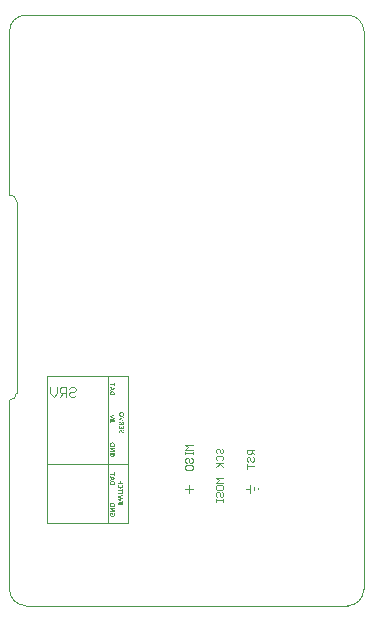
<source format=gbo>
G04 Layer_Color=32896*
%FSLAX42Y42*%
%MOMM*%
G71*
G01*
G75*
%ADD42C,0.10*%
%ADD53C,0.12*%
G36*
X873Y1054D02*
X875Y1054D01*
X876Y1054D01*
X877Y1054D01*
X878Y1053D01*
X879Y1053D01*
X879Y1053D01*
X879Y1053D01*
X880Y1053D01*
X880Y1053D01*
X880D01*
X881Y1052D01*
X882Y1052D01*
X883Y1051D01*
X884Y1050D01*
X885Y1050D01*
X886Y1049D01*
X886Y1049D01*
X886Y1049D01*
X887Y1048D01*
X888Y1047D01*
X889Y1046D01*
X889Y1045D01*
X889Y1044D01*
X890Y1043D01*
X890Y1043D01*
X890Y1043D01*
X890Y1042D01*
Y1042D01*
X890Y1041D01*
X891Y1039D01*
X891Y1038D01*
X891Y1036D01*
X891Y1035D01*
Y1034D01*
X891Y1034D01*
Y1034D01*
Y1033D01*
Y1033D01*
Y1033D01*
Y1022D01*
X891Y1022D01*
X891Y1021D01*
X891Y1021D01*
X891Y1021D01*
Y1021D01*
X890Y1020D01*
X890Y1020D01*
X889Y1020D01*
X889D01*
X889Y1020D01*
X852D01*
X852Y1020D01*
X851Y1020D01*
X851Y1020D01*
X851Y1021D01*
X851Y1021D01*
X850Y1021D01*
X850Y1022D01*
Y1022D01*
X850Y1022D01*
Y1022D01*
Y1022D01*
Y1032D01*
X850Y1034D01*
X850Y1036D01*
X850Y1038D01*
X851Y1039D01*
X851Y1040D01*
X851Y1040D01*
X851Y1041D01*
X851Y1041D01*
X851Y1041D01*
X851Y1042D01*
X851Y1042D01*
Y1042D01*
X852Y1043D01*
X852Y1044D01*
X853Y1046D01*
X854Y1047D01*
X854Y1047D01*
X855Y1048D01*
X855Y1048D01*
X855Y1049D01*
X856Y1050D01*
X857Y1050D01*
X858Y1051D01*
X859Y1052D01*
X860Y1052D01*
X861Y1053D01*
X861Y1053D01*
X861Y1053D01*
X861Y1053D01*
X862D01*
X863Y1053D01*
X865Y1054D01*
X866Y1054D01*
X868Y1054D01*
X869Y1054D01*
X869Y1054D01*
X870D01*
X870Y1054D01*
X871D01*
X873Y1054D01*
D02*
G37*
G36*
X889Y1888D02*
X889Y1888D01*
X889D01*
X890Y1888D01*
X890Y1888D01*
X890Y1888D01*
X891Y1888D01*
X891Y1888D01*
X891Y1888D01*
X891Y1888D01*
X891Y1888D01*
X891Y1887D01*
X891Y1887D01*
Y1887D01*
Y1887D01*
Y1858D01*
Y1858D01*
X891Y1858D01*
X891Y1858D01*
X891Y1857D01*
X891Y1857D01*
X891Y1857D01*
X891Y1857D01*
X891Y1857D01*
X890Y1857D01*
X890Y1857D01*
X890Y1857D01*
X889D01*
X889Y1857D01*
X887D01*
X887Y1857D01*
X886D01*
X886Y1857D01*
X885Y1857D01*
X885Y1857D01*
X885D01*
X885Y1857D01*
X885Y1857D01*
X885Y1857D01*
X885D01*
X884Y1858D01*
Y1858D01*
Y1858D01*
Y1868D01*
X851D01*
X851Y1868D01*
X851Y1869D01*
X851Y1869D01*
X851D01*
X850Y1869D01*
X850Y1869D01*
X850Y1869D01*
Y1869D01*
X850Y1870D01*
X850Y1870D01*
X850Y1870D01*
Y1871D01*
X850Y1871D01*
X850Y1872D01*
Y1872D01*
Y1872D01*
Y1873D01*
Y1873D01*
Y1873D01*
X850Y1874D01*
X850Y1874D01*
Y1874D01*
Y1875D01*
X850Y1875D01*
X850Y1876D01*
X850Y1876D01*
Y1876D01*
X850Y1876D01*
X850Y1876D01*
X850Y1876D01*
X851Y1877D01*
X851Y1877D01*
X851Y1877D01*
X884D01*
Y1887D01*
X885Y1887D01*
X885Y1888D01*
X885Y1888D01*
X885Y1888D01*
X885Y1888D01*
X885D01*
X886Y1888D01*
X886Y1888D01*
X886Y1888D01*
X886D01*
X887Y1888D01*
X887Y1888D01*
X889D01*
X889Y1888D01*
D02*
G37*
G36*
X873Y871D02*
X875Y871D01*
X876Y871D01*
X877Y871D01*
X878Y870D01*
X879Y870D01*
X879Y870D01*
X879Y870D01*
X880Y870D01*
X880Y870D01*
X880D01*
X881Y869D01*
X882Y869D01*
X883Y868D01*
X884Y867D01*
X885Y867D01*
X886Y866D01*
X886Y866D01*
X886Y866D01*
X887Y865D01*
X888Y864D01*
X889Y863D01*
X889Y862D01*
X889Y861D01*
X890Y860D01*
X890Y860D01*
X890Y860D01*
X890Y859D01*
Y859D01*
X890Y858D01*
X891Y856D01*
X891Y855D01*
X891Y853D01*
X891Y852D01*
Y851D01*
X891Y851D01*
Y851D01*
Y850D01*
Y850D01*
Y850D01*
Y839D01*
X891Y839D01*
X891Y838D01*
X891Y838D01*
X891Y838D01*
Y838D01*
X890Y837D01*
X890Y837D01*
X889Y837D01*
X889D01*
X889Y837D01*
X852D01*
X852Y837D01*
X851Y837D01*
X851Y837D01*
X851Y838D01*
X851Y838D01*
X850Y838D01*
X850Y839D01*
Y839D01*
X850Y839D01*
Y839D01*
Y839D01*
Y849D01*
X850Y851D01*
X850Y853D01*
X850Y855D01*
X851Y856D01*
X851Y857D01*
X851Y857D01*
X851Y858D01*
X851Y858D01*
X851Y858D01*
X851Y859D01*
X851Y859D01*
Y859D01*
X852Y860D01*
X852Y861D01*
X853Y863D01*
X854Y864D01*
X854Y864D01*
X855Y865D01*
X855Y865D01*
X855Y866D01*
X856Y867D01*
X857Y867D01*
X858Y868D01*
X859Y869D01*
X860Y869D01*
X861Y870D01*
X861Y870D01*
X861Y870D01*
X861Y870D01*
X862D01*
X863Y870D01*
X865Y871D01*
X866Y871D01*
X868Y871D01*
X869Y871D01*
X869Y871D01*
X870D01*
X870Y871D01*
X871D01*
X873Y871D01*
D02*
G37*
G36*
X889Y1128D02*
X889Y1128D01*
X889D01*
X890Y1128D01*
X890Y1128D01*
X890Y1128D01*
X891Y1128D01*
X891Y1128D01*
X891Y1128D01*
X891Y1128D01*
X891Y1128D01*
X891Y1127D01*
X891Y1127D01*
Y1127D01*
Y1127D01*
Y1098D01*
Y1098D01*
X891Y1098D01*
X891Y1098D01*
X891Y1097D01*
X891Y1097D01*
X891Y1097D01*
X891Y1097D01*
X891Y1097D01*
X890Y1097D01*
X890Y1097D01*
X890Y1097D01*
X889D01*
X889Y1097D01*
X887D01*
X887Y1097D01*
X886D01*
X886Y1097D01*
X885Y1097D01*
X885Y1097D01*
X885D01*
X885Y1097D01*
X885Y1097D01*
X885Y1097D01*
X885D01*
X884Y1098D01*
Y1098D01*
Y1098D01*
Y1108D01*
X851D01*
X851Y1108D01*
X851Y1109D01*
X851Y1109D01*
X851D01*
X850Y1109D01*
X850Y1109D01*
X850Y1109D01*
Y1109D01*
X850Y1110D01*
X850Y1110D01*
X850Y1110D01*
Y1111D01*
X850Y1111D01*
X850Y1112D01*
Y1112D01*
Y1112D01*
Y1113D01*
Y1113D01*
Y1113D01*
X850Y1114D01*
X850Y1114D01*
Y1114D01*
Y1115D01*
X850Y1115D01*
X850Y1116D01*
X850Y1116D01*
Y1116D01*
X850Y1116D01*
X850Y1116D01*
X850Y1116D01*
X851Y1117D01*
X851Y1117D01*
X851Y1117D01*
X884D01*
Y1127D01*
X885Y1127D01*
X885Y1128D01*
X885Y1128D01*
X885Y1128D01*
X885Y1128D01*
X885D01*
X886Y1128D01*
X886Y1128D01*
X886Y1128D01*
X886D01*
X887Y1128D01*
X887Y1128D01*
X889D01*
X889Y1128D01*
D02*
G37*
G36*
X852Y1855D02*
X852Y1855D01*
X853Y1855D01*
X853Y1855D01*
X853Y1855D01*
X853D01*
X890Y1842D01*
X890Y1842D01*
X890Y1842D01*
X891Y1842D01*
X891Y1842D01*
X891Y1842D01*
X891Y1841D01*
X891Y1841D01*
Y1841D01*
X891Y1840D01*
X891Y1840D01*
X891Y1840D01*
Y1839D01*
Y1839D01*
Y1839D01*
Y1839D01*
X892Y1838D01*
Y1837D01*
Y1837D01*
Y1836D01*
Y1836D01*
Y1836D01*
Y1835D01*
Y1835D01*
Y1834D01*
X891Y1834D01*
Y1834D01*
Y1834D01*
Y1834D01*
X891Y1833D01*
X891Y1832D01*
X891Y1832D01*
X891Y1832D01*
X891Y1832D01*
X891Y1831D01*
X891Y1831D01*
X891Y1831D01*
X890Y1831D01*
X890Y1831D01*
X890Y1831D01*
X890Y1831D01*
X853Y1818D01*
X852Y1818D01*
X852Y1818D01*
X851Y1818D01*
X851D01*
X851Y1818D01*
X850Y1818D01*
X850Y1818D01*
X850Y1818D01*
X850Y1818D01*
X850Y1819D01*
Y1819D01*
X850Y1820D01*
X850Y1820D01*
Y1821D01*
Y1821D01*
Y1821D01*
Y1821D01*
Y1822D01*
X850Y1823D01*
Y1823D01*
Y1823D01*
Y1823D01*
Y1823D01*
X850Y1824D01*
X850Y1824D01*
X850Y1825D01*
Y1825D01*
X850Y1825D01*
X850Y1825D01*
X850Y1825D01*
X851Y1825D01*
X851Y1826D01*
X851Y1826D01*
X851D01*
X859Y1828D01*
Y1844D01*
X851Y1847D01*
X851Y1847D01*
X851Y1847D01*
X850Y1847D01*
X850D01*
X850Y1847D01*
X850Y1847D01*
X850Y1848D01*
Y1848D01*
X850Y1848D01*
Y1849D01*
X850Y1849D01*
Y1849D01*
Y1849D01*
Y1849D01*
X850Y1850D01*
Y1851D01*
Y1851D01*
Y1851D01*
Y1852D01*
Y1852D01*
Y1852D01*
Y1853D01*
X850Y1853D01*
Y1853D01*
Y1854D01*
X850Y1854D01*
Y1854D01*
Y1854D01*
X850Y1855D01*
X850Y1855D01*
X850Y1855D01*
X850Y1855D01*
X851Y1855D01*
X851Y1856D01*
X851D01*
X852Y1855D01*
D02*
G37*
G36*
Y1095D02*
X852Y1095D01*
X853Y1095D01*
X853Y1095D01*
X853Y1095D01*
X853D01*
X890Y1082D01*
X890Y1082D01*
X890Y1082D01*
X891Y1082D01*
X891Y1082D01*
X891Y1082D01*
X891Y1081D01*
X891Y1081D01*
Y1081D01*
X891Y1080D01*
X891Y1080D01*
X891Y1080D01*
Y1079D01*
Y1079D01*
Y1079D01*
Y1079D01*
X892Y1078D01*
Y1077D01*
Y1077D01*
Y1076D01*
Y1076D01*
Y1076D01*
Y1075D01*
Y1075D01*
Y1074D01*
X891Y1074D01*
Y1074D01*
Y1074D01*
Y1074D01*
X891Y1073D01*
X891Y1072D01*
X891Y1072D01*
X891Y1072D01*
X891Y1072D01*
X891Y1071D01*
X891Y1071D01*
X891Y1071D01*
X890Y1071D01*
X890Y1071D01*
X890Y1071D01*
X890Y1071D01*
X853Y1058D01*
X852Y1058D01*
X852Y1058D01*
X851Y1058D01*
X851D01*
X851Y1058D01*
X850Y1058D01*
X850Y1058D01*
X850Y1058D01*
X850Y1058D01*
X850Y1059D01*
Y1059D01*
X850Y1060D01*
X850Y1060D01*
Y1061D01*
Y1061D01*
Y1061D01*
Y1061D01*
Y1062D01*
X850Y1063D01*
Y1063D01*
Y1063D01*
Y1063D01*
Y1063D01*
X850Y1064D01*
X850Y1064D01*
X850Y1065D01*
Y1065D01*
X850Y1065D01*
X850Y1065D01*
X850Y1065D01*
X851Y1065D01*
X851Y1066D01*
X851Y1066D01*
X851D01*
X859Y1068D01*
Y1084D01*
X851Y1087D01*
X851Y1087D01*
X851Y1087D01*
X850Y1087D01*
X850D01*
X850Y1087D01*
X850Y1087D01*
X850Y1088D01*
Y1088D01*
X850Y1088D01*
Y1089D01*
X850Y1089D01*
Y1089D01*
Y1089D01*
Y1089D01*
X850Y1090D01*
Y1091D01*
Y1091D01*
Y1091D01*
Y1092D01*
Y1092D01*
Y1092D01*
Y1093D01*
X850Y1093D01*
Y1093D01*
Y1094D01*
X850Y1094D01*
Y1094D01*
Y1094D01*
X850Y1095D01*
X850Y1095D01*
X850Y1095D01*
X850Y1095D01*
X851Y1095D01*
X851Y1096D01*
X851D01*
X852Y1095D01*
D02*
G37*
G36*
X890Y828D02*
X891Y828D01*
X891Y828D01*
X891Y828D01*
X891Y827D01*
X891Y827D01*
Y827D01*
X891Y827D01*
X891Y826D01*
X891Y826D01*
Y826D01*
Y826D01*
X891Y825D01*
X891Y825D01*
Y825D01*
Y824D01*
Y824D01*
Y824D01*
Y823D01*
X891Y823D01*
X891Y822D01*
Y822D01*
Y822D01*
X891Y822D01*
X891Y821D01*
X891Y821D01*
X891Y821D01*
X891Y821D01*
X891Y821D01*
X891Y821D01*
X891Y820D01*
X890Y820D01*
X866D01*
X864Y820D01*
X863D01*
X862Y820D01*
X861D01*
X862Y820D01*
X863Y820D01*
X863Y819D01*
X864Y819D01*
X864Y819D01*
X864D01*
X865Y819D01*
X866Y818D01*
X866Y818D01*
X866Y818D01*
X866Y818D01*
X867D01*
X868Y818D01*
X868Y817D01*
X869Y817D01*
X869Y817D01*
X869Y817D01*
X869Y817D01*
X870Y816D01*
X871Y816D01*
X871Y816D01*
X872Y815D01*
X872Y815D01*
X872D01*
X887Y807D01*
X888Y807D01*
X888Y806D01*
X889Y806D01*
X889Y806D01*
X889Y806D01*
X889D01*
X890Y806D01*
X890Y805D01*
X890Y805D01*
X890Y805D01*
X891Y804D01*
X891Y804D01*
X891Y804D01*
X891Y803D01*
Y803D01*
X891Y803D01*
X891Y802D01*
Y802D01*
Y802D01*
Y801D01*
Y801D01*
Y797D01*
Y796D01*
X891Y796D01*
X891Y795D01*
X891Y795D01*
X891Y795D01*
X891Y795D01*
X891Y795D01*
X890Y794D01*
X890Y794D01*
X889Y794D01*
X889Y794D01*
X889Y794D01*
X851D01*
X851Y794D01*
X851Y794D01*
X851D01*
X850Y794D01*
X850Y794D01*
X850Y794D01*
X850Y795D01*
X850Y795D01*
X850Y795D01*
X850Y796D01*
Y796D01*
X850Y796D01*
X850Y797D01*
Y797D01*
Y797D01*
Y798D01*
Y798D01*
Y798D01*
X850Y799D01*
X850Y799D01*
Y799D01*
X850Y800D01*
X850Y800D01*
X850Y801D01*
Y801D01*
X850Y801D01*
X850Y801D01*
X851Y801D01*
Y801D01*
X851Y801D01*
X851Y801D01*
X876D01*
X877Y801D01*
X877D01*
X879Y801D01*
X880D01*
X881Y801D01*
X881D01*
X882Y801D01*
X882D01*
Y801D01*
X881Y802D01*
X880Y802D01*
X879Y802D01*
X879Y803D01*
X878Y803D01*
X878Y803D01*
X878Y803D01*
X877Y804D01*
X876Y804D01*
X876Y804D01*
X875Y804D01*
X875Y805D01*
X874Y805D01*
X874Y805D01*
X855Y815D01*
X854Y815D01*
X854Y816D01*
X853Y816D01*
X853Y816D01*
X853Y816D01*
X853Y816D01*
X853D01*
X852Y817D01*
X851Y817D01*
X851Y818D01*
X851Y818D01*
X851Y818D01*
X850Y819D01*
X850Y819D01*
X850Y819D01*
Y819D01*
X850Y820D01*
X850Y820D01*
Y821D01*
Y821D01*
Y821D01*
Y821D01*
Y825D01*
Y825D01*
X850Y826D01*
X850Y826D01*
Y826D01*
X850Y826D01*
X850Y827D01*
X851Y827D01*
X851Y827D01*
X851Y827D01*
X851Y827D01*
X852Y828D01*
X852Y828D01*
X852Y828D01*
X852Y828D01*
X890D01*
X890Y828D01*
D02*
G37*
G36*
Y1338D02*
X891Y1338D01*
X891Y1338D01*
X891Y1338D01*
X891Y1337D01*
X891Y1337D01*
Y1337D01*
X891Y1337D01*
X891Y1336D01*
X891Y1336D01*
Y1336D01*
Y1336D01*
X891Y1335D01*
X891Y1335D01*
Y1335D01*
Y1334D01*
Y1334D01*
Y1334D01*
Y1333D01*
X891Y1333D01*
X891Y1332D01*
Y1332D01*
Y1332D01*
X891Y1332D01*
X891Y1331D01*
X891Y1331D01*
X891Y1331D01*
X891Y1331D01*
X891Y1331D01*
X891Y1331D01*
X891Y1330D01*
X890Y1330D01*
X866D01*
X864Y1330D01*
X863D01*
X862Y1330D01*
X861D01*
X862Y1330D01*
X863Y1330D01*
X863Y1329D01*
X864Y1329D01*
X864Y1329D01*
X864D01*
X865Y1329D01*
X866Y1328D01*
X866Y1328D01*
X866Y1328D01*
X866Y1328D01*
X867D01*
X868Y1328D01*
X868Y1327D01*
X869Y1327D01*
X869Y1327D01*
X869Y1327D01*
X869Y1327D01*
X870Y1326D01*
X871Y1326D01*
X871Y1326D01*
X872Y1325D01*
X872Y1325D01*
X872D01*
X887Y1317D01*
X888Y1317D01*
X888Y1316D01*
X889Y1316D01*
X889Y1316D01*
X889Y1316D01*
X889D01*
X890Y1316D01*
X890Y1315D01*
X890Y1315D01*
X890Y1315D01*
X891Y1314D01*
X891Y1314D01*
X891Y1314D01*
X891Y1313D01*
Y1313D01*
X891Y1313D01*
X891Y1312D01*
Y1312D01*
Y1312D01*
Y1311D01*
Y1311D01*
Y1307D01*
Y1306D01*
X891Y1306D01*
X891Y1305D01*
X891Y1305D01*
X891Y1305D01*
X891Y1305D01*
X891Y1305D01*
X890Y1304D01*
X890Y1304D01*
X889Y1304D01*
X889Y1304D01*
X889Y1304D01*
X851D01*
X851Y1304D01*
X851Y1304D01*
X851D01*
X850Y1304D01*
X850Y1304D01*
X850Y1304D01*
X850Y1305D01*
X850Y1305D01*
X850Y1305D01*
X850Y1306D01*
Y1306D01*
X850Y1306D01*
X850Y1307D01*
Y1307D01*
Y1307D01*
Y1308D01*
Y1308D01*
Y1308D01*
X850Y1309D01*
X850Y1309D01*
Y1309D01*
X850Y1310D01*
X850Y1310D01*
X850Y1311D01*
Y1311D01*
X850Y1311D01*
X850Y1311D01*
X851Y1311D01*
Y1311D01*
X851Y1311D01*
X851Y1311D01*
X876D01*
X877Y1311D01*
X877D01*
X879Y1311D01*
X880D01*
X881Y1311D01*
X881D01*
X882Y1311D01*
X882D01*
Y1311D01*
X881Y1312D01*
X880Y1312D01*
X879Y1312D01*
X879Y1313D01*
X878Y1313D01*
X878Y1313D01*
X878Y1313D01*
X877Y1314D01*
X876Y1314D01*
X876Y1314D01*
X875Y1314D01*
X875Y1315D01*
X874Y1315D01*
X874Y1315D01*
X855Y1325D01*
X854Y1325D01*
X854Y1326D01*
X853Y1326D01*
X853Y1326D01*
X853Y1326D01*
X853Y1326D01*
X853D01*
X852Y1327D01*
X851Y1327D01*
X851Y1328D01*
X851Y1328D01*
X851Y1328D01*
X850Y1329D01*
X850Y1329D01*
X850Y1329D01*
Y1329D01*
X850Y1330D01*
X850Y1330D01*
Y1331D01*
Y1331D01*
Y1331D01*
Y1331D01*
Y1335D01*
Y1335D01*
X850Y1336D01*
X850Y1336D01*
Y1336D01*
X850Y1336D01*
X850Y1337D01*
X851Y1337D01*
X851Y1337D01*
X851Y1337D01*
X851Y1337D01*
X852Y1338D01*
X852Y1338D01*
X852Y1338D01*
X852Y1338D01*
X890D01*
X890Y1338D01*
D02*
G37*
G36*
X886Y1295D02*
X887D01*
X887Y1295D01*
X887D01*
X887Y1295D01*
X887D01*
X888Y1295D01*
X888Y1295D01*
X888Y1294D01*
X889Y1294D01*
X889Y1294D01*
X889Y1294D01*
X889Y1293D01*
X890Y1293D01*
X890Y1293D01*
Y1293D01*
X890Y1292D01*
X890Y1291D01*
X891Y1291D01*
X891Y1290D01*
X891Y1290D01*
Y1290D01*
X891Y1289D01*
X891Y1288D01*
X891Y1288D01*
X892Y1287D01*
X892Y1287D01*
X892Y1286D01*
Y1286D01*
X892Y1285D01*
X892Y1284D01*
Y1283D01*
X892Y1282D01*
Y1282D01*
Y1282D01*
Y1281D01*
X892Y1280D01*
X892Y1278D01*
X892Y1277D01*
X891Y1275D01*
X891Y1274D01*
X891Y1274D01*
X891Y1273D01*
X891Y1273D01*
X891Y1273D01*
X891Y1273D01*
Y1273D01*
X890Y1271D01*
X889Y1270D01*
X888Y1269D01*
X888Y1268D01*
X887Y1267D01*
X887Y1266D01*
X886Y1266D01*
X886Y1266D01*
X886Y1266D01*
X885Y1265D01*
X884Y1264D01*
X883Y1263D01*
X882Y1263D01*
X881Y1262D01*
X880Y1262D01*
X880Y1262D01*
X879Y1262D01*
X879Y1262D01*
X879D01*
X878Y1261D01*
X876Y1261D01*
X875Y1260D01*
X873Y1260D01*
X872Y1260D01*
X871D01*
X871Y1260D01*
X870D01*
X868Y1260D01*
X867Y1260D01*
X865Y1260D01*
X864Y1261D01*
X863Y1261D01*
X862Y1261D01*
X862Y1261D01*
X862Y1261D01*
X862Y1261D01*
X861Y1261D01*
X861D01*
X860Y1262D01*
X859Y1263D01*
X858Y1263D01*
X857Y1264D01*
X856Y1265D01*
X855Y1265D01*
X855Y1265D01*
X855Y1266D01*
X854Y1267D01*
X853Y1268D01*
X852Y1269D01*
X852Y1270D01*
X851Y1271D01*
X851Y1272D01*
X851Y1272D01*
X851Y1272D01*
X851Y1272D01*
Y1272D01*
X850Y1274D01*
X850Y1275D01*
X850Y1277D01*
X849Y1278D01*
X849Y1279D01*
Y1280D01*
X849Y1280D01*
Y1281D01*
Y1281D01*
Y1281D01*
Y1281D01*
X849Y1282D01*
Y1283D01*
X849Y1283D01*
Y1284D01*
X849Y1284D01*
Y1284D01*
Y1284D01*
X850Y1286D01*
X850Y1286D01*
X850Y1287D01*
X850Y1287D01*
X850Y1287D01*
X850Y1288D01*
Y1288D01*
X850Y1289D01*
X850Y1289D01*
X850Y1290D01*
X850Y1290D01*
X851Y1291D01*
X851Y1291D01*
Y1291D01*
X851Y1292D01*
X851Y1292D01*
X851Y1293D01*
X851Y1293D01*
X851Y1293D01*
X851Y1293D01*
Y1293D01*
X852Y1294D01*
X852Y1294D01*
X852Y1295D01*
X852Y1295D01*
X853Y1295D01*
X853Y1295D01*
X854Y1295D01*
X854Y1295D01*
X871D01*
X872Y1295D01*
X872Y1295D01*
X872Y1295D01*
X872Y1295D01*
X873Y1295D01*
X873Y1295D01*
X873Y1295D01*
X873Y1294D01*
X873Y1294D01*
X873Y1294D01*
X873Y1294D01*
X873Y1293D01*
Y1293D01*
Y1293D01*
Y1279D01*
Y1279D01*
X873Y1279D01*
X873Y1279D01*
X873Y1278D01*
X873Y1278D01*
X873Y1278D01*
X873Y1278D01*
X873Y1278D01*
X872Y1278D01*
X872Y1278D01*
X872Y1278D01*
X872D01*
X871Y1278D01*
X870D01*
X869Y1278D01*
X869D01*
X868Y1278D01*
X868Y1278D01*
X868D01*
X868Y1278D01*
X868D01*
X867Y1278D01*
X867Y1279D01*
X867Y1279D01*
Y1279D01*
Y1287D01*
X858D01*
X857Y1286D01*
X857Y1285D01*
X857Y1285D01*
X857Y1284D01*
X857Y1284D01*
Y1284D01*
X856Y1283D01*
X856Y1282D01*
X856Y1282D01*
Y1282D01*
Y1282D01*
Y1281D01*
X856Y1280D01*
X856Y1279D01*
X857Y1279D01*
X857Y1278D01*
X857Y1277D01*
X857Y1277D01*
X857Y1276D01*
X857Y1276D01*
X858Y1275D01*
X858Y1275D01*
X858Y1274D01*
X859Y1273D01*
X859Y1273D01*
X860Y1273D01*
X860Y1272D01*
X860Y1272D01*
X861Y1272D01*
X861Y1271D01*
X862Y1271D01*
X863Y1270D01*
X864Y1270D01*
X864Y1270D01*
X864Y1270D01*
X864Y1270D01*
X866Y1269D01*
X867Y1269D01*
X868Y1269D01*
X869Y1269D01*
X869Y1269D01*
X870Y1269D01*
X871D01*
X872Y1269D01*
X873Y1269D01*
X874Y1269D01*
X875Y1269D01*
X876Y1269D01*
X876Y1269D01*
X876Y1269D01*
X877Y1270D01*
X878Y1270D01*
X878Y1270D01*
X879Y1271D01*
X880Y1271D01*
X880Y1272D01*
X881Y1272D01*
X881Y1272D01*
X881Y1272D01*
X882Y1273D01*
X882Y1274D01*
X883Y1274D01*
X883Y1275D01*
X884Y1275D01*
X884Y1276D01*
X884Y1276D01*
X884Y1276D01*
X884Y1277D01*
X885Y1278D01*
X885Y1279D01*
X885Y1280D01*
X885Y1281D01*
X885Y1281D01*
Y1282D01*
Y1282D01*
Y1283D01*
X885Y1284D01*
X885Y1285D01*
X885Y1285D01*
X885Y1286D01*
X885Y1286D01*
X885Y1287D01*
Y1287D01*
X884Y1287D01*
X884Y1288D01*
X884Y1289D01*
X884Y1289D01*
X884Y1290D01*
X883Y1290D01*
X883Y1290D01*
Y1290D01*
X883Y1291D01*
X883Y1292D01*
X882Y1292D01*
X882Y1292D01*
X882Y1293D01*
X882Y1293D01*
Y1293D01*
X882Y1293D01*
X882Y1294D01*
X882Y1294D01*
Y1294D01*
X882Y1294D01*
X882Y1295D01*
Y1295D01*
X882Y1295D01*
X882Y1295D01*
X882Y1295D01*
X882D01*
X883Y1295D01*
X883Y1295D01*
X883Y1295D01*
X883D01*
X884Y1295D01*
X884Y1295D01*
X886D01*
X886Y1295D01*
D02*
G37*
G36*
X891Y1618D02*
X891Y1618D01*
X891Y1618D01*
X891Y1618D01*
X891Y1617D01*
X891Y1617D01*
Y1617D01*
Y1617D01*
X891Y1616D01*
X892Y1616D01*
Y1615D01*
Y1615D01*
Y1615D01*
Y1615D01*
Y1614D01*
Y1613D01*
Y1613D01*
X891Y1613D01*
Y1612D01*
Y1612D01*
Y1612D01*
X891Y1612D01*
X891Y1611D01*
X891Y1611D01*
X891Y1611D01*
X891Y1611D01*
X891Y1610D01*
X891Y1610D01*
X891Y1610D01*
X890Y1610D01*
X890Y1610D01*
X890Y1610D01*
X890D01*
X858Y1600D01*
X890Y1590D01*
X890Y1590D01*
X891Y1590D01*
X891Y1590D01*
X891Y1590D01*
X891Y1590D01*
X891Y1589D01*
X891Y1589D01*
Y1589D01*
X891Y1589D01*
X891Y1588D01*
X891Y1588D01*
Y1588D01*
Y1588D01*
X892Y1587D01*
Y1586D01*
Y1586D01*
Y1586D01*
Y1586D01*
Y1586D01*
Y1585D01*
Y1584D01*
X891Y1584D01*
Y1584D01*
Y1583D01*
X891Y1583D01*
Y1583D01*
Y1583D01*
X891Y1582D01*
X891Y1582D01*
X891Y1582D01*
X891Y1582D01*
X891Y1581D01*
X890Y1581D01*
X890D01*
X889Y1581D01*
X889Y1581D01*
X889Y1582D01*
X888Y1582D01*
X888Y1582D01*
X888D01*
X852Y1594D01*
X851Y1594D01*
X851Y1594D01*
X851Y1594D01*
X851D01*
X851Y1595D01*
X850Y1595D01*
X850Y1595D01*
X850Y1595D01*
X850Y1595D01*
Y1595D01*
X850Y1596D01*
Y1596D01*
X850Y1596D01*
Y1596D01*
X850Y1597D01*
Y1597D01*
Y1598D01*
Y1598D01*
Y1598D01*
X850Y1599D01*
Y1599D01*
Y1600D01*
Y1600D01*
Y1600D01*
Y1600D01*
Y1601D01*
Y1601D01*
Y1602D01*
X850Y1602D01*
Y1602D01*
Y1602D01*
Y1603D01*
Y1603D01*
X850Y1603D01*
X850Y1604D01*
X850Y1604D01*
Y1604D01*
X850Y1605D01*
X850Y1605D01*
X850Y1605D01*
X851Y1605D01*
X851Y1605D01*
X851Y1605D01*
X851Y1606D01*
X851D01*
X888Y1618D01*
X889Y1618D01*
X889Y1618D01*
X890Y1618D01*
X890D01*
X891Y1618D01*
D02*
G37*
G36*
X886Y785D02*
X887D01*
X887Y785D01*
X887D01*
X887Y785D01*
X887D01*
X888Y785D01*
X888Y785D01*
X888Y784D01*
X889Y784D01*
X889Y784D01*
X889Y784D01*
X889Y783D01*
X890Y783D01*
X890Y783D01*
Y783D01*
X890Y782D01*
X890Y781D01*
X891Y781D01*
X891Y780D01*
X891Y780D01*
Y780D01*
X891Y779D01*
X891Y778D01*
X891Y778D01*
X892Y777D01*
X892Y777D01*
X892Y776D01*
Y776D01*
X892Y775D01*
X892Y774D01*
Y773D01*
X892Y772D01*
Y772D01*
Y772D01*
Y771D01*
X892Y770D01*
X892Y768D01*
X892Y767D01*
X891Y765D01*
X891Y764D01*
X891Y764D01*
X891Y763D01*
X891Y763D01*
X891Y763D01*
X891Y763D01*
Y763D01*
X890Y761D01*
X889Y760D01*
X888Y759D01*
X888Y758D01*
X887Y757D01*
X887Y756D01*
X886Y756D01*
X886Y756D01*
X886Y756D01*
X885Y755D01*
X884Y754D01*
X883Y753D01*
X882Y753D01*
X881Y752D01*
X880Y752D01*
X880Y752D01*
X879Y752D01*
X879Y752D01*
X879D01*
X878Y751D01*
X876Y751D01*
X875Y750D01*
X873Y750D01*
X872Y750D01*
X871D01*
X871Y750D01*
X870D01*
X868Y750D01*
X867Y750D01*
X865Y750D01*
X864Y751D01*
X863Y751D01*
X862Y751D01*
X862Y751D01*
X862Y751D01*
X862Y751D01*
X861Y751D01*
X861D01*
X860Y752D01*
X859Y753D01*
X858Y753D01*
X857Y754D01*
X856Y755D01*
X855Y755D01*
X855Y755D01*
X855Y756D01*
X854Y757D01*
X853Y758D01*
X852Y759D01*
X852Y760D01*
X851Y761D01*
X851Y762D01*
X851Y762D01*
X851Y762D01*
X851Y762D01*
Y762D01*
X850Y764D01*
X850Y765D01*
X850Y767D01*
X849Y768D01*
X849Y769D01*
Y770D01*
X849Y770D01*
Y771D01*
Y771D01*
Y771D01*
Y771D01*
X849Y772D01*
Y773D01*
X849Y773D01*
Y774D01*
X849Y774D01*
Y774D01*
Y774D01*
X850Y776D01*
X850Y776D01*
X850Y777D01*
X850Y777D01*
X850Y777D01*
X850Y778D01*
Y778D01*
X850Y779D01*
X850Y779D01*
X850Y780D01*
X850Y780D01*
X851Y781D01*
X851Y781D01*
Y781D01*
X851Y782D01*
X851Y782D01*
X851Y783D01*
X851Y783D01*
X851Y783D01*
X851Y783D01*
Y783D01*
X852Y784D01*
X852Y784D01*
X852Y785D01*
X852Y785D01*
X853Y785D01*
X853Y785D01*
X854Y785D01*
X854Y785D01*
X871D01*
X872Y785D01*
X872Y785D01*
X872Y785D01*
X872Y785D01*
X873Y785D01*
X873Y785D01*
X873Y785D01*
X873Y784D01*
X873Y784D01*
X873Y784D01*
X873Y784D01*
X873Y783D01*
Y783D01*
Y783D01*
Y769D01*
Y769D01*
X873Y769D01*
X873Y769D01*
X873Y768D01*
X873Y768D01*
X873Y768D01*
X873Y768D01*
X873Y768D01*
X872Y768D01*
X872Y768D01*
X872Y768D01*
X872D01*
X871Y768D01*
X870D01*
X869Y768D01*
X869D01*
X868Y768D01*
X868Y768D01*
X868D01*
X868Y768D01*
X868D01*
X867Y768D01*
X867Y769D01*
X867Y769D01*
Y769D01*
Y777D01*
X858D01*
X857Y776D01*
X857Y775D01*
X857Y775D01*
X857Y774D01*
X857Y774D01*
Y774D01*
X856Y773D01*
X856Y772D01*
X856Y772D01*
Y772D01*
Y772D01*
Y771D01*
X856Y770D01*
X856Y769D01*
X857Y769D01*
X857Y768D01*
X857Y767D01*
X857Y767D01*
X857Y766D01*
X857Y766D01*
X858Y765D01*
X858Y765D01*
X858Y764D01*
X859Y763D01*
X859Y763D01*
X860Y763D01*
X860Y762D01*
X860Y762D01*
X861Y762D01*
X861Y761D01*
X862Y761D01*
X863Y760D01*
X864Y760D01*
X864Y760D01*
X864Y760D01*
X864Y760D01*
X866Y759D01*
X867Y759D01*
X868Y759D01*
X869Y759D01*
X869Y759D01*
X870Y759D01*
X871D01*
X872Y759D01*
X873Y759D01*
X874Y759D01*
X875Y759D01*
X876Y759D01*
X876Y759D01*
X876Y759D01*
X877Y760D01*
X878Y760D01*
X878Y760D01*
X879Y761D01*
X880Y761D01*
X880Y762D01*
X881Y762D01*
X881Y762D01*
X881Y762D01*
X882Y763D01*
X882Y764D01*
X883Y764D01*
X883Y765D01*
X884Y765D01*
X884Y766D01*
X884Y766D01*
X884Y766D01*
X884Y767D01*
X885Y768D01*
X885Y769D01*
X885Y770D01*
X885Y771D01*
X885Y771D01*
Y772D01*
Y772D01*
Y773D01*
X885Y774D01*
X885Y775D01*
X885Y775D01*
X885Y776D01*
X885Y776D01*
X885Y777D01*
Y777D01*
X884Y777D01*
X884Y778D01*
X884Y779D01*
X884Y779D01*
X884Y780D01*
X883Y780D01*
X883Y780D01*
Y780D01*
X883Y781D01*
X883Y782D01*
X882Y782D01*
X882Y782D01*
X882Y783D01*
X882Y783D01*
Y783D01*
X882Y783D01*
X882Y784D01*
X882Y784D01*
Y784D01*
X882Y784D01*
X882Y785D01*
Y785D01*
X882Y785D01*
X882Y785D01*
X882Y785D01*
X882D01*
X883Y785D01*
X883Y785D01*
X883Y785D01*
X883D01*
X884Y785D01*
X884Y785D01*
X886D01*
X886Y785D01*
D02*
G37*
G36*
X863Y1577D02*
X864Y1577D01*
X865Y1577D01*
X865Y1577D01*
X865Y1577D01*
X866Y1577D01*
X866D01*
X867Y1576D01*
X867Y1576D01*
X868Y1576D01*
X868Y1575D01*
X868Y1575D01*
X868Y1575D01*
X868Y1575D01*
X869Y1574D01*
X870Y1573D01*
X870Y1573D01*
X870Y1572D01*
X870Y1572D01*
X871Y1572D01*
X871Y1571D01*
X871Y1570D01*
X871Y1570D01*
X872Y1569D01*
X872Y1569D01*
X872Y1568D01*
Y1568D01*
X872D01*
X872Y1570D01*
X872Y1570D01*
X873Y1571D01*
X873Y1571D01*
X873Y1571D01*
X873Y1571D01*
X873Y1571D01*
X874Y1572D01*
X875Y1573D01*
X875Y1573D01*
X875Y1574D01*
X875Y1574D01*
X875Y1574D01*
X876Y1574D01*
X877Y1575D01*
X878Y1575D01*
X878Y1575D01*
X878Y1575D01*
X878D01*
X879Y1576D01*
X880Y1576D01*
X881Y1576D01*
X881Y1576D01*
X882D01*
X883Y1576D01*
X883Y1576D01*
X884Y1575D01*
X885Y1575D01*
X885Y1575D01*
X886Y1575D01*
X886Y1575D01*
X886Y1575D01*
X887Y1575D01*
X887Y1574D01*
X888Y1574D01*
X888Y1573D01*
X889Y1573D01*
X889Y1573D01*
X889Y1573D01*
X889Y1572D01*
X890Y1572D01*
X890Y1571D01*
X891Y1571D01*
X891Y1570D01*
X891Y1569D01*
X891Y1569D01*
X891Y1569D01*
Y1569D01*
X892Y1568D01*
X892Y1567D01*
X892Y1566D01*
X892Y1565D01*
Y1564D01*
X892Y1564D01*
Y1563D01*
Y1563D01*
Y1563D01*
Y1562D01*
X892Y1562D01*
X892Y1561D01*
X892Y1560D01*
X892Y1560D01*
X892Y1559D01*
X892Y1559D01*
Y1559D01*
X891Y1558D01*
X891Y1557D01*
X891Y1557D01*
X891Y1556D01*
X891Y1556D01*
X891Y1556D01*
Y1556D01*
X890Y1555D01*
X890Y1554D01*
X890Y1554D01*
X890Y1553D01*
X890Y1553D01*
X890Y1553D01*
Y1553D01*
X889Y1552D01*
X889Y1552D01*
X889Y1552D01*
X889Y1552D01*
X888Y1551D01*
X888Y1551D01*
X888Y1551D01*
X888Y1551D01*
X888Y1551D01*
X887Y1551D01*
X887D01*
X887Y1551D01*
X884D01*
X883Y1551D01*
X883Y1551D01*
X883Y1551D01*
X883D01*
X882Y1551D01*
X882Y1551D01*
X882Y1552D01*
Y1552D01*
Y1552D01*
X882Y1552D01*
X882Y1553D01*
X883Y1553D01*
X883Y1553D01*
X883Y1554D01*
X883Y1554D01*
X884Y1555D01*
X884Y1555D01*
X884Y1555D01*
Y1555D01*
X884Y1556D01*
X885Y1557D01*
X885Y1557D01*
X885Y1557D01*
X885Y1558D01*
Y1558D01*
X885Y1559D01*
X885Y1559D01*
X885Y1560D01*
X885Y1560D01*
Y1561D01*
Y1561D01*
Y1561D01*
X885Y1562D01*
X885Y1562D01*
X885Y1563D01*
X885Y1563D01*
X885Y1563D01*
X885Y1563D01*
Y1563D01*
X885Y1564D01*
X884Y1565D01*
X884Y1565D01*
X884Y1565D01*
X884D01*
X883Y1566D01*
X883Y1566D01*
X882Y1566D01*
X882Y1566D01*
X882D01*
X882Y1567D01*
X881Y1567D01*
X881Y1567D01*
X880D01*
X879Y1567D01*
X878Y1566D01*
X878Y1566D01*
X878Y1566D01*
X878Y1566D01*
X878D01*
X877Y1566D01*
X876Y1565D01*
X876Y1565D01*
X876Y1565D01*
X876Y1565D01*
X875Y1564D01*
X875Y1563D01*
X875Y1563D01*
X875Y1562D01*
X875Y1562D01*
Y1562D01*
X874Y1561D01*
X874Y1561D01*
Y1560D01*
X874Y1560D01*
Y1559D01*
Y1559D01*
Y1559D01*
Y1555D01*
Y1555D01*
X874Y1555D01*
X874Y1555D01*
Y1555D01*
X874Y1554D01*
X874Y1554D01*
X874Y1554D01*
X874Y1554D01*
X873Y1554D01*
X873Y1554D01*
X873Y1554D01*
X873D01*
X872Y1554D01*
X870D01*
X870Y1554D01*
X869D01*
X869Y1554D01*
X869Y1554D01*
X869Y1554D01*
X869D01*
X868Y1554D01*
X868Y1555D01*
X868Y1555D01*
Y1555D01*
X868Y1555D01*
Y1555D01*
Y1555D01*
Y1555D01*
Y1559D01*
Y1560D01*
X868Y1561D01*
X868Y1561D01*
X868Y1562D01*
X868Y1562D01*
X868Y1563D01*
X868Y1563D01*
Y1563D01*
X867Y1563D01*
X867Y1564D01*
X867Y1565D01*
X867Y1565D01*
X867Y1565D01*
X866Y1565D01*
X866Y1566D01*
X866Y1566D01*
X866Y1566D01*
X865Y1567D01*
X865Y1567D01*
X865Y1567D01*
X864Y1567D01*
X864D01*
X863Y1568D01*
X863Y1568D01*
X862Y1568D01*
X862D01*
X861Y1568D01*
X860Y1568D01*
X860Y1568D01*
X860Y1568D01*
X859Y1567D01*
X859D01*
X859Y1567D01*
X858Y1567D01*
X858Y1566D01*
X858Y1566D01*
X858Y1566D01*
X857Y1565D01*
X857Y1565D01*
X857Y1564D01*
X856Y1564D01*
X856Y1564D01*
Y1564D01*
X856Y1563D01*
X856Y1562D01*
X856Y1561D01*
Y1561D01*
Y1561D01*
Y1561D01*
Y1560D01*
X856Y1559D01*
X856Y1559D01*
X856Y1558D01*
X856Y1558D01*
X856Y1557D01*
X856Y1557D01*
Y1557D01*
X857Y1556D01*
X857Y1555D01*
X857Y1555D01*
X857Y1555D01*
X857Y1554D01*
X857Y1554D01*
Y1554D01*
X858Y1553D01*
X858Y1553D01*
X858Y1552D01*
X858Y1552D01*
Y1552D01*
X859Y1552D01*
X859Y1551D01*
X859Y1551D01*
Y1551D01*
X859Y1551D01*
X858Y1550D01*
X858Y1550D01*
X858Y1550D01*
X858Y1550D01*
X858Y1550D01*
X857Y1550D01*
X854D01*
X854Y1550D01*
X854D01*
X853Y1550D01*
X853D01*
X853Y1550D01*
X853Y1550D01*
X853Y1550D01*
X853D01*
X852Y1551D01*
X852Y1551D01*
X852Y1551D01*
X852Y1551D01*
X851Y1552D01*
X851Y1552D01*
X851Y1552D01*
Y1552D01*
X851Y1553D01*
X851Y1554D01*
X850Y1554D01*
X850Y1554D01*
X850Y1554D01*
Y1554D01*
X850Y1556D01*
X850Y1556D01*
X850Y1557D01*
X850Y1557D01*
X850Y1557D01*
X850Y1558D01*
Y1558D01*
X849Y1559D01*
X849Y1560D01*
Y1560D01*
X849Y1561D01*
Y1561D01*
Y1562D01*
Y1562D01*
X849Y1563D01*
X849Y1564D01*
X850Y1565D01*
X850Y1566D01*
X850Y1567D01*
X850Y1568D01*
X850Y1568D01*
Y1568D01*
X850Y1569D01*
X851Y1570D01*
X851Y1571D01*
X852Y1572D01*
X852Y1572D01*
X852Y1573D01*
X852Y1573D01*
X853Y1573D01*
X853Y1574D01*
X854Y1574D01*
X855Y1575D01*
X855Y1576D01*
X856Y1576D01*
X856Y1576D01*
X856Y1576D01*
X857Y1576D01*
X858Y1577D01*
X858Y1577D01*
X859Y1577D01*
X860Y1577D01*
X861Y1578D01*
X862Y1578D01*
X862D01*
X863Y1577D01*
D02*
G37*
G36*
X873Y1381D02*
X875Y1381D01*
X876Y1381D01*
X877Y1381D01*
X878Y1380D01*
X879Y1380D01*
X879Y1380D01*
X879Y1380D01*
X880Y1380D01*
X880Y1380D01*
X880D01*
X881Y1379D01*
X882Y1379D01*
X883Y1378D01*
X884Y1377D01*
X885Y1377D01*
X886Y1376D01*
X886Y1376D01*
X886Y1376D01*
X887Y1375D01*
X888Y1374D01*
X889Y1373D01*
X889Y1372D01*
X889Y1371D01*
X890Y1370D01*
X890Y1370D01*
X890Y1370D01*
X890Y1369D01*
Y1369D01*
X890Y1368D01*
X891Y1366D01*
X891Y1365D01*
X891Y1363D01*
X891Y1362D01*
Y1361D01*
X891Y1361D01*
Y1361D01*
Y1360D01*
Y1360D01*
Y1360D01*
Y1349D01*
X891Y1349D01*
X891Y1348D01*
X891Y1348D01*
X891Y1348D01*
Y1348D01*
X890Y1347D01*
X890Y1347D01*
X889Y1347D01*
X889D01*
X889Y1347D01*
X852D01*
X852Y1347D01*
X851Y1347D01*
X851Y1347D01*
X851Y1348D01*
X851Y1348D01*
X850Y1348D01*
X850Y1349D01*
Y1349D01*
X850Y1349D01*
Y1349D01*
Y1349D01*
Y1359D01*
X850Y1361D01*
X850Y1363D01*
X850Y1365D01*
X851Y1366D01*
X851Y1367D01*
X851Y1367D01*
X851Y1368D01*
X851Y1368D01*
X851Y1368D01*
X851Y1369D01*
X851Y1369D01*
Y1369D01*
X852Y1370D01*
X852Y1371D01*
X853Y1373D01*
X854Y1374D01*
X854Y1374D01*
X855Y1375D01*
X855Y1375D01*
X855Y1376D01*
X856Y1377D01*
X857Y1377D01*
X858Y1378D01*
X859Y1379D01*
X860Y1379D01*
X861Y1380D01*
X861Y1380D01*
X861Y1380D01*
X861Y1380D01*
X862D01*
X863Y1380D01*
X865Y1381D01*
X866Y1381D01*
X868Y1381D01*
X869Y1381D01*
X869Y1381D01*
X870D01*
X870Y1381D01*
X871D01*
X873Y1381D01*
D02*
G37*
G36*
X932Y1556D02*
X932Y1556D01*
X932Y1556D01*
X932Y1556D01*
X933Y1556D01*
X933Y1555D01*
X933Y1555D01*
X934Y1555D01*
X934D01*
X942Y1552D01*
X943Y1551D01*
X943Y1551D01*
X944Y1551D01*
X944Y1551D01*
X944Y1551D01*
X944Y1551D01*
X944D01*
X945Y1550D01*
X946Y1550D01*
X946Y1549D01*
X946Y1549D01*
X946Y1549D01*
X947Y1549D01*
X947Y1549D01*
X948Y1548D01*
X948Y1548D01*
X948Y1548D01*
Y1548D01*
X948Y1547D01*
X949Y1547D01*
X949Y1546D01*
X949Y1546D01*
Y1546D01*
X949Y1547D01*
X950Y1547D01*
X950Y1548D01*
X950Y1548D01*
X950Y1549D01*
X951Y1549D01*
X951Y1549D01*
X951Y1549D01*
X952Y1550D01*
X952Y1551D01*
X952Y1551D01*
X953Y1551D01*
X953Y1552D01*
X953Y1552D01*
X953Y1552D01*
X954Y1553D01*
X955Y1553D01*
X956Y1553D01*
X956Y1553D01*
X956Y1553D01*
X956D01*
X957Y1554D01*
X958Y1554D01*
X959Y1554D01*
X959Y1554D01*
X961D01*
X962Y1554D01*
X962Y1554D01*
X963Y1554D01*
X964Y1553D01*
X964Y1553D01*
X964Y1553D01*
X964Y1553D01*
X965Y1553D01*
X966Y1553D01*
X966Y1552D01*
X967Y1552D01*
X967Y1552D01*
X967Y1551D01*
X968Y1551D01*
X968Y1551D01*
X969Y1550D01*
X969Y1549D01*
X970Y1548D01*
X970Y1548D01*
X970Y1548D01*
X970Y1548D01*
X970Y1546D01*
X971Y1545D01*
X971Y1545D01*
X971Y1544D01*
X971Y1544D01*
X971Y1543D01*
Y1543D01*
X971Y1543D01*
X971Y1542D01*
X971Y1542D01*
Y1541D01*
Y1541D01*
Y1541D01*
X971Y1540D01*
Y1540D01*
Y1539D01*
Y1539D01*
Y1539D01*
Y1539D01*
Y1528D01*
X971Y1527D01*
X971Y1527D01*
X971Y1526D01*
X971Y1526D01*
Y1526D01*
X970Y1526D01*
X970Y1526D01*
X969Y1525D01*
X969D01*
X969Y1525D01*
X931D01*
X931Y1525D01*
X931Y1526D01*
X931D01*
X930Y1526D01*
X930Y1526D01*
X930Y1526D01*
Y1526D01*
X930Y1527D01*
X930Y1527D01*
X930Y1527D01*
Y1528D01*
X930Y1528D01*
X930Y1529D01*
Y1529D01*
Y1529D01*
Y1529D01*
Y1530D01*
Y1530D01*
X930Y1531D01*
Y1531D01*
X930Y1531D01*
Y1532D01*
Y1532D01*
X930Y1532D01*
X930Y1533D01*
X930Y1533D01*
Y1533D01*
X930Y1533D01*
X930Y1533D01*
X930Y1533D01*
X931Y1534D01*
X931Y1534D01*
X931Y1534D01*
X947D01*
Y1536D01*
X947Y1537D01*
X947Y1538D01*
X947Y1538D01*
X946Y1539D01*
X946Y1539D01*
Y1539D01*
X946Y1539D01*
X946Y1540D01*
X945Y1540D01*
X945Y1541D01*
X945D01*
X945Y1541D01*
X944Y1542D01*
X944Y1542D01*
X943Y1542D01*
X943Y1542D01*
X943D01*
X942Y1542D01*
X941Y1543D01*
X941Y1543D01*
X941Y1543D01*
X940Y1543D01*
X940D01*
X931Y1547D01*
X931Y1547D01*
X931Y1547D01*
X931Y1547D01*
X931D01*
X930Y1548D01*
X930Y1548D01*
X930Y1548D01*
X930Y1548D01*
X930Y1548D01*
X930Y1549D01*
X930Y1549D01*
Y1549D01*
X930Y1550D01*
Y1551D01*
Y1551D01*
Y1551D01*
Y1551D01*
Y1551D01*
Y1552D01*
Y1552D01*
Y1553D01*
X930Y1553D01*
Y1553D01*
Y1554D01*
Y1554D01*
Y1554D01*
X930Y1554D01*
X930Y1555D01*
X930Y1555D01*
Y1555D01*
X930Y1556D01*
X930Y1556D01*
X930Y1556D01*
X931Y1556D01*
X931D01*
X932Y1556D01*
D02*
G37*
G36*
X934Y1518D02*
X935Y1518D01*
X935D01*
X935Y1518D01*
X936Y1518D01*
X936Y1518D01*
X936Y1518D01*
X936Y1517D01*
X936Y1517D01*
X936Y1517D01*
X936Y1517D01*
X937Y1517D01*
X937Y1517D01*
Y1517D01*
Y1517D01*
Y1502D01*
X948D01*
Y1514D01*
X948Y1515D01*
X948Y1515D01*
X948Y1515D01*
X949Y1515D01*
X949Y1515D01*
X949D01*
X949Y1515D01*
X949Y1515D01*
X950Y1515D01*
X950D01*
X950Y1516D01*
X951Y1516D01*
X952D01*
X952Y1516D01*
X953Y1515D01*
X953D01*
X953Y1515D01*
X954Y1515D01*
X954Y1515D01*
X954Y1515D01*
X954Y1515D01*
X954Y1515D01*
X954Y1515D01*
X954Y1515D01*
X955Y1515D01*
X955Y1514D01*
Y1514D01*
Y1514D01*
Y1502D01*
X965D01*
Y1517D01*
X965Y1517D01*
X965Y1517D01*
Y1517D01*
X965Y1517D01*
X965Y1517D01*
X965D01*
X966Y1518D01*
X966Y1518D01*
X966Y1518D01*
X966D01*
X967Y1518D01*
X967Y1518D01*
X969D01*
X969Y1518D01*
X969Y1518D01*
X970D01*
X970Y1518D01*
X970Y1518D01*
X971Y1517D01*
X971Y1517D01*
X971Y1517D01*
X971Y1517D01*
X971Y1517D01*
Y1517D01*
X971Y1517D01*
X971Y1517D01*
Y1517D01*
Y1517D01*
Y1496D01*
X971Y1495D01*
X971Y1495D01*
X971Y1494D01*
X971Y1494D01*
Y1494D01*
X970Y1494D01*
X970Y1494D01*
X969Y1494D01*
X969D01*
X969Y1493D01*
X932D01*
X932Y1494D01*
X931Y1494D01*
X931Y1494D01*
X931Y1494D01*
X931Y1494D01*
X930Y1495D01*
X930Y1495D01*
Y1496D01*
X930Y1496D01*
Y1496D01*
Y1496D01*
Y1517D01*
X930Y1517D01*
X930Y1517D01*
X930Y1517D01*
X931Y1518D01*
X931D01*
X931Y1518D01*
X931Y1518D01*
X932Y1518D01*
X932D01*
X932Y1518D01*
X933Y1518D01*
X934D01*
X934Y1518D01*
D02*
G37*
G36*
X944Y1487D02*
X945Y1487D01*
X945Y1487D01*
X946Y1486D01*
X946Y1486D01*
X947Y1486D01*
X947Y1486D01*
X947Y1486D01*
X948Y1486D01*
X948Y1485D01*
X949Y1485D01*
X949Y1485D01*
X950Y1484D01*
X950Y1484D01*
X950Y1484D01*
X951Y1483D01*
X951Y1482D01*
X952Y1482D01*
X952Y1482D01*
X952Y1481D01*
X952Y1481D01*
X953Y1480D01*
X953Y1480D01*
X953Y1479D01*
X954Y1479D01*
X954Y1478D01*
X954Y1478D01*
Y1478D01*
X954Y1477D01*
X955Y1476D01*
X955Y1476D01*
X955Y1475D01*
X955Y1475D01*
X955Y1475D01*
Y1475D01*
X956Y1474D01*
X956Y1473D01*
X956Y1473D01*
X957Y1472D01*
X957Y1472D01*
X957Y1472D01*
X957Y1472D01*
X957Y1471D01*
X958Y1471D01*
X959Y1470D01*
X959Y1470D01*
X959Y1470D01*
X959Y1470D01*
X959Y1470D01*
X960Y1469D01*
X961D01*
X961Y1469D01*
X961D01*
X962Y1469D01*
X962Y1469D01*
X963Y1470D01*
X963Y1470D01*
X963D01*
X963Y1470D01*
X964Y1470D01*
X964Y1470D01*
X964Y1471D01*
X965Y1471D01*
X965Y1472D01*
X965Y1472D01*
X965Y1472D01*
Y1472D01*
X965Y1473D01*
X965Y1474D01*
X966Y1474D01*
Y1475D01*
Y1475D01*
Y1475D01*
X965Y1476D01*
X965Y1477D01*
X965Y1477D01*
X965Y1477D01*
X965Y1478D01*
X965Y1478D01*
Y1478D01*
X965Y1479D01*
X965Y1479D01*
X964Y1480D01*
X964Y1480D01*
X964Y1480D01*
X964Y1480D01*
Y1480D01*
X964Y1481D01*
X963Y1482D01*
X963Y1482D01*
X963Y1482D01*
X963Y1483D01*
X963Y1483D01*
X963Y1483D01*
Y1483D01*
X963Y1484D01*
X963Y1484D01*
Y1484D01*
X963Y1484D01*
X963Y1484D01*
X963Y1484D01*
X963D01*
X964Y1484D01*
X964Y1484D01*
X964Y1485D01*
X965D01*
X965Y1485D01*
X967D01*
X967Y1485D01*
X968D01*
X968Y1484D01*
X968Y1484D01*
X968D01*
X969Y1484D01*
X969Y1484D01*
X969Y1484D01*
X969D01*
X969Y1484D01*
X969Y1484D01*
X969Y1484D01*
X970Y1484D01*
X970Y1483D01*
X970Y1483D01*
X970Y1483D01*
X970Y1483D01*
Y1482D01*
X971Y1482D01*
X971Y1481D01*
X971Y1481D01*
X971Y1480D01*
X971Y1480D01*
Y1480D01*
X971Y1479D01*
X972Y1478D01*
X972Y1478D01*
Y1478D01*
X972Y1478D01*
Y1478D01*
X972Y1476D01*
X972Y1476D01*
X972Y1476D01*
Y1475D01*
Y1475D01*
Y1475D01*
Y1475D01*
Y1474D01*
X972Y1473D01*
X972Y1472D01*
X972Y1471D01*
X972Y1470D01*
X971Y1470D01*
X971Y1469D01*
X971Y1469D01*
X971Y1468D01*
X971Y1467D01*
X970Y1467D01*
X970Y1466D01*
X970Y1466D01*
X969Y1465D01*
X969Y1465D01*
X969Y1465D01*
X968Y1464D01*
X968Y1464D01*
X967Y1463D01*
X967Y1463D01*
X966Y1462D01*
X966Y1462D01*
X965Y1462D01*
X965Y1462D01*
X964Y1461D01*
X964Y1461D01*
X963Y1461D01*
X962Y1461D01*
X961Y1461D01*
X961Y1461D01*
X960D01*
X959Y1461D01*
X958Y1461D01*
X958Y1461D01*
X957Y1461D01*
X956Y1461D01*
X956Y1461D01*
X956Y1461D01*
X956D01*
X954Y1462D01*
X954Y1462D01*
X953Y1463D01*
X953Y1463D01*
X953Y1463D01*
X952Y1463D01*
X952Y1463D01*
X951Y1464D01*
X951Y1465D01*
X950Y1466D01*
X950Y1466D01*
X950Y1466D01*
X950Y1466D01*
X949Y1467D01*
X949Y1468D01*
X949Y1468D01*
X949Y1469D01*
X948Y1469D01*
X948Y1469D01*
X948Y1469D01*
X948Y1471D01*
X948Y1471D01*
X947Y1472D01*
X947Y1472D01*
X947Y1472D01*
X947Y1473D01*
X947Y1473D01*
X946Y1474D01*
X946Y1474D01*
X946Y1475D01*
X946Y1475D01*
X946Y1475D01*
X946Y1475D01*
X945Y1476D01*
X945Y1476D01*
X944Y1477D01*
X944Y1477D01*
X944Y1477D01*
X944Y1478D01*
X943Y1478D01*
X943Y1478D01*
X942Y1478D01*
X942D01*
X942Y1478D01*
X941D01*
X940Y1478D01*
X940Y1478D01*
X939Y1478D01*
X939Y1478D01*
X939Y1478D01*
X939D01*
X938Y1477D01*
X938Y1477D01*
X938Y1477D01*
X937Y1477D01*
Y1477D01*
X937Y1476D01*
X937Y1475D01*
X937Y1475D01*
X936Y1475D01*
X936Y1475D01*
Y1474D01*
X936Y1474D01*
X936Y1473D01*
X936Y1472D01*
Y1472D01*
Y1472D01*
Y1472D01*
Y1471D01*
X936Y1470D01*
X936Y1469D01*
X936Y1469D01*
X936Y1468D01*
X936Y1468D01*
X937Y1468D01*
Y1468D01*
X937Y1467D01*
X937Y1466D01*
X937Y1466D01*
X937Y1465D01*
X937Y1465D01*
X938Y1465D01*
X938Y1465D01*
Y1465D01*
X938Y1464D01*
X939Y1463D01*
X939Y1463D01*
X939Y1463D01*
X939Y1463D01*
Y1462D01*
X939Y1462D01*
X939Y1462D01*
X939Y1461D01*
Y1461D01*
Y1461D01*
X939Y1461D01*
X939Y1461D01*
X939Y1461D01*
X939Y1460D01*
X939Y1460D01*
X939Y1460D01*
X939Y1460D01*
X938Y1460D01*
X938Y1460D01*
X938Y1460D01*
X935D01*
X935Y1460D01*
X934D01*
X934Y1460D01*
X934D01*
X933Y1460D01*
X933Y1461D01*
X933Y1461D01*
X932Y1461D01*
X932Y1461D01*
X932Y1462D01*
X932Y1462D01*
X931Y1462D01*
Y1462D01*
X931Y1463D01*
X931Y1464D01*
X931Y1464D01*
X931Y1464D01*
X930Y1464D01*
Y1464D01*
X930Y1466D01*
X930Y1467D01*
X930Y1467D01*
X930Y1467D01*
X930Y1468D01*
Y1468D01*
X929Y1469D01*
X929Y1470D01*
Y1470D01*
X929Y1471D01*
Y1471D01*
Y1472D01*
Y1472D01*
X929Y1473D01*
X929Y1474D01*
X930Y1475D01*
X930Y1476D01*
X930Y1477D01*
X930Y1477D01*
X930Y1478D01*
Y1478D01*
X930Y1479D01*
X931Y1480D01*
X931Y1480D01*
X932Y1481D01*
X932Y1482D01*
X932Y1482D01*
X932Y1482D01*
X933Y1482D01*
X933Y1483D01*
X934Y1484D01*
X935Y1484D01*
X935Y1485D01*
X936Y1485D01*
X936Y1486D01*
X937Y1486D01*
X937Y1486D01*
X938Y1486D01*
X939Y1486D01*
X940Y1487D01*
X940Y1487D01*
X941Y1487D01*
X942Y1487D01*
X943D01*
X944Y1487D01*
D02*
G37*
G36*
X873Y1814D02*
X875Y1814D01*
X876Y1814D01*
X877Y1814D01*
X878Y1813D01*
X879Y1813D01*
X879Y1813D01*
X879Y1813D01*
X880Y1813D01*
X880Y1813D01*
X880D01*
X881Y1812D01*
X882Y1812D01*
X883Y1811D01*
X884Y1810D01*
X885Y1810D01*
X886Y1809D01*
X886Y1809D01*
X886Y1809D01*
X887Y1808D01*
X888Y1807D01*
X889Y1806D01*
X889Y1805D01*
X889Y1804D01*
X890Y1803D01*
X890Y1803D01*
X890Y1803D01*
X890Y1802D01*
Y1802D01*
X890Y1801D01*
X891Y1799D01*
X891Y1798D01*
X891Y1796D01*
X891Y1795D01*
Y1794D01*
X891Y1794D01*
Y1794D01*
Y1793D01*
Y1793D01*
Y1793D01*
Y1782D01*
X891Y1782D01*
X891Y1781D01*
X891Y1781D01*
X891Y1781D01*
Y1781D01*
X890Y1780D01*
X890Y1780D01*
X889Y1780D01*
X889D01*
X889Y1780D01*
X852D01*
X852Y1780D01*
X851Y1780D01*
X851Y1780D01*
X851Y1781D01*
X851Y1781D01*
X850Y1781D01*
X850Y1782D01*
Y1782D01*
X850Y1782D01*
Y1782D01*
Y1782D01*
Y1792D01*
X850Y1794D01*
X850Y1796D01*
X850Y1798D01*
X851Y1799D01*
X851Y1800D01*
X851Y1800D01*
X851Y1801D01*
X851Y1801D01*
X851Y1801D01*
X851Y1802D01*
X851Y1802D01*
Y1802D01*
X852Y1803D01*
X852Y1804D01*
X853Y1806D01*
X854Y1807D01*
X854Y1807D01*
X855Y1808D01*
X855Y1808D01*
X855Y1809D01*
X856Y1810D01*
X857Y1810D01*
X858Y1811D01*
X859Y1812D01*
X860Y1812D01*
X861Y1813D01*
X861Y1813D01*
X861Y1813D01*
X861Y1813D01*
X862D01*
X863Y1813D01*
X865Y1814D01*
X866Y1814D01*
X868Y1814D01*
X869Y1814D01*
X869Y1814D01*
X870D01*
X870Y1814D01*
X871D01*
X873Y1814D01*
D02*
G37*
G36*
X953Y1638D02*
X955Y1638D01*
X956Y1638D01*
X958Y1637D01*
X958Y1637D01*
X959Y1637D01*
X959Y1637D01*
X960Y1637D01*
X960Y1637D01*
X960Y1637D01*
X960Y1637D01*
X960D01*
X962Y1636D01*
X963Y1636D01*
X964Y1635D01*
X965Y1634D01*
X966Y1634D01*
X966Y1633D01*
X967Y1633D01*
X967Y1633D01*
X968Y1632D01*
X969Y1631D01*
X969Y1630D01*
X970Y1629D01*
X970Y1628D01*
X971Y1628D01*
X971Y1627D01*
X971Y1627D01*
X971Y1627D01*
Y1627D01*
X971Y1626D01*
X972Y1624D01*
X972Y1623D01*
X972Y1622D01*
X972Y1621D01*
Y1620D01*
X972Y1620D01*
Y1619D01*
Y1619D01*
Y1619D01*
Y1619D01*
X972Y1617D01*
X972Y1615D01*
X972Y1614D01*
X971Y1613D01*
X971Y1612D01*
X971Y1611D01*
X971Y1611D01*
X971Y1611D01*
X971Y1610D01*
X971Y1610D01*
Y1610D01*
X970Y1609D01*
X969Y1608D01*
X968Y1607D01*
X968Y1606D01*
X967Y1605D01*
X967Y1604D01*
X966Y1604D01*
X966Y1604D01*
X965Y1603D01*
X964Y1602D01*
X963Y1602D01*
X962Y1601D01*
X961Y1601D01*
X960Y1600D01*
X960Y1600D01*
X960Y1600D01*
X959Y1600D01*
X959D01*
X958Y1600D01*
X956Y1599D01*
X955Y1599D01*
X953Y1599D01*
X952Y1599D01*
X952D01*
X951Y1599D01*
X950D01*
X948Y1599D01*
X947Y1599D01*
X945Y1599D01*
X944Y1599D01*
X943Y1600D01*
X942Y1600D01*
X942Y1600D01*
X942Y1600D01*
X941Y1600D01*
X941Y1600D01*
X941Y1600D01*
X941D01*
X940Y1601D01*
X938Y1601D01*
X937Y1602D01*
X936Y1602D01*
X935Y1603D01*
X935Y1603D01*
X934Y1604D01*
X934Y1604D01*
X933Y1605D01*
X933Y1606D01*
X932Y1607D01*
X931Y1608D01*
X931Y1608D01*
X931Y1609D01*
X931Y1609D01*
X931Y1610D01*
X930Y1610D01*
Y1610D01*
X930Y1611D01*
X930Y1613D01*
X930Y1614D01*
X929Y1615D01*
X929Y1616D01*
Y1617D01*
X929Y1617D01*
Y1618D01*
Y1618D01*
Y1618D01*
Y1618D01*
X929Y1620D01*
X929Y1621D01*
X930Y1623D01*
X930Y1624D01*
X930Y1625D01*
X930Y1626D01*
X931Y1626D01*
X931Y1626D01*
X931Y1626D01*
X931Y1627D01*
Y1627D01*
X931Y1628D01*
X932Y1629D01*
X933Y1630D01*
X933Y1631D01*
X934Y1632D01*
X935Y1632D01*
X935Y1633D01*
X935Y1633D01*
X936Y1634D01*
X937Y1635D01*
X938Y1635D01*
X940Y1636D01*
X940Y1636D01*
X941Y1636D01*
X942Y1637D01*
X942Y1637D01*
X942Y1637D01*
X942D01*
X943Y1637D01*
X945Y1637D01*
X947Y1638D01*
X948Y1638D01*
X949Y1638D01*
X950D01*
X950Y1638D01*
X951D01*
X953Y1638D01*
D02*
G37*
G36*
X971Y1595D02*
X971Y1595D01*
X971Y1595D01*
X971Y1595D01*
X971Y1595D01*
X971Y1594D01*
Y1594D01*
Y1594D01*
X971Y1594D01*
X972Y1593D01*
Y1592D01*
Y1592D01*
Y1592D01*
Y1592D01*
Y1591D01*
Y1591D01*
Y1590D01*
X971Y1590D01*
Y1590D01*
Y1590D01*
Y1590D01*
X971Y1589D01*
X971Y1589D01*
X971Y1588D01*
X971Y1588D01*
X971Y1588D01*
X971Y1588D01*
X971Y1588D01*
X971Y1588D01*
X970Y1588D01*
X970Y1587D01*
X970Y1587D01*
X970D01*
X938Y1577D01*
X970Y1567D01*
X970Y1567D01*
X971Y1567D01*
X971Y1567D01*
X971Y1567D01*
X971Y1567D01*
X971Y1567D01*
X971Y1566D01*
Y1566D01*
X971Y1566D01*
X971Y1566D01*
X971Y1565D01*
Y1565D01*
Y1565D01*
X972Y1564D01*
Y1564D01*
Y1563D01*
Y1563D01*
Y1563D01*
Y1563D01*
Y1562D01*
Y1562D01*
X971Y1561D01*
Y1561D01*
Y1561D01*
X971Y1560D01*
Y1560D01*
Y1560D01*
X971Y1560D01*
X971Y1559D01*
X971Y1559D01*
X971Y1559D01*
X971Y1559D01*
X970Y1558D01*
X970D01*
X969Y1559D01*
X969Y1559D01*
X969Y1559D01*
X968Y1559D01*
X968Y1559D01*
X968D01*
X932Y1571D01*
X931Y1571D01*
X931Y1571D01*
X931Y1571D01*
X931D01*
X931Y1572D01*
X930Y1572D01*
X930Y1572D01*
X930Y1572D01*
X930Y1573D01*
Y1573D01*
X930Y1573D01*
Y1573D01*
X930Y1574D01*
Y1574D01*
X930Y1574D01*
Y1575D01*
Y1575D01*
Y1575D01*
Y1575D01*
X930Y1576D01*
Y1577D01*
Y1577D01*
Y1577D01*
Y1577D01*
Y1577D01*
Y1578D01*
Y1578D01*
Y1579D01*
X930Y1579D01*
Y1580D01*
Y1580D01*
Y1580D01*
Y1580D01*
X930Y1581D01*
X930Y1581D01*
X930Y1581D01*
Y1582D01*
X930Y1582D01*
X930Y1582D01*
X930Y1582D01*
X931Y1582D01*
X931Y1583D01*
X931Y1583D01*
X931Y1583D01*
X931D01*
X968Y1595D01*
X969Y1595D01*
X969Y1595D01*
X970Y1596D01*
X970D01*
X971Y1595D01*
D02*
G37*
G36*
X960Y1059D02*
X961Y1059D01*
X961Y1059D01*
X961Y1059D01*
X961Y1059D01*
X961Y1059D01*
X961Y1059D01*
Y1059D01*
X961Y1058D01*
X961Y1058D01*
X961Y1057D01*
Y1057D01*
Y1057D01*
X961Y1057D01*
X962Y1056D01*
Y1056D01*
Y1056D01*
Y1055D01*
Y1055D01*
Y1054D01*
X961Y1054D01*
Y1054D01*
X961Y1053D01*
Y1053D01*
Y1053D01*
X961Y1053D01*
X961Y1052D01*
X961Y1052D01*
X961Y1052D01*
X961Y1052D01*
X961Y1051D01*
X961Y1051D01*
X961Y1051D01*
X961Y1051D01*
X960Y1051D01*
X945D01*
Y1036D01*
X960D01*
X961Y1036D01*
X961Y1035D01*
X961Y1035D01*
X961Y1035D01*
X961Y1035D01*
X961Y1035D01*
Y1035D01*
X961Y1034D01*
X961Y1034D01*
X961Y1034D01*
Y1033D01*
Y1033D01*
X961Y1033D01*
X962Y1032D01*
Y1032D01*
Y1032D01*
Y1031D01*
Y1031D01*
Y1031D01*
X961Y1030D01*
Y1030D01*
X961Y1029D01*
Y1029D01*
Y1029D01*
X961Y1029D01*
X961Y1028D01*
X961Y1028D01*
X961Y1028D01*
X961Y1028D01*
X961Y1028D01*
X961Y1027D01*
X961Y1027D01*
X961Y1027D01*
X960Y1027D01*
X921D01*
X921Y1027D01*
X921Y1027D01*
X921Y1027D01*
X921D01*
X920Y1028D01*
X920Y1028D01*
X920Y1028D01*
Y1028D01*
X920Y1028D01*
X920Y1029D01*
X920Y1029D01*
Y1029D01*
X920Y1030D01*
X920Y1031D01*
Y1031D01*
Y1031D01*
Y1031D01*
Y1031D01*
Y1032D01*
X920Y1033D01*
X920Y1033D01*
Y1033D01*
Y1033D01*
X920Y1034D01*
X920Y1034D01*
X920Y1035D01*
Y1035D01*
X920Y1035D01*
X920Y1035D01*
X920Y1035D01*
X921Y1035D01*
X921Y1036D01*
X921Y1036D01*
X938D01*
Y1051D01*
X921D01*
X921Y1051D01*
X921Y1051D01*
X921Y1051D01*
X921D01*
X920Y1052D01*
X920Y1052D01*
X920Y1052D01*
Y1052D01*
X920Y1052D01*
X920Y1053D01*
X920Y1053D01*
Y1053D01*
X920Y1054D01*
X920Y1055D01*
Y1055D01*
Y1055D01*
Y1055D01*
Y1055D01*
Y1056D01*
X920Y1057D01*
X920Y1057D01*
Y1057D01*
Y1057D01*
X920Y1058D01*
X920Y1058D01*
X920Y1058D01*
Y1059D01*
X920Y1059D01*
X920Y1059D01*
X920Y1059D01*
X921Y1059D01*
X921Y1059D01*
X921Y1059D01*
X960D01*
X960Y1059D01*
D02*
G37*
G36*
X961Y937D02*
X961Y937D01*
X961Y936D01*
X961Y936D01*
X961Y936D01*
X961Y935D01*
Y935D01*
Y935D01*
X961Y935D01*
Y935D01*
X962Y934D01*
Y934D01*
Y933D01*
Y933D01*
Y933D01*
Y932D01*
X961Y932D01*
Y931D01*
Y931D01*
X961Y931D01*
Y931D01*
Y931D01*
X961Y930D01*
X961Y930D01*
X961Y930D01*
X961Y930D01*
X961Y929D01*
X961Y929D01*
X961Y929D01*
X961Y929D01*
X960Y929D01*
X960Y929D01*
X960Y929D01*
X960D01*
X928Y921D01*
Y921D01*
X960Y914D01*
X960Y913D01*
X960Y913D01*
X960Y913D01*
X961Y913D01*
X961Y913D01*
X961Y913D01*
X961Y913D01*
X961Y912D01*
X961Y912D01*
X961Y912D01*
X961Y911D01*
Y911D01*
Y911D01*
X962Y910D01*
Y909D01*
Y909D01*
Y909D01*
Y909D01*
Y909D01*
Y908D01*
X961Y907D01*
Y907D01*
X961Y906D01*
Y906D01*
Y906D01*
X961Y906D01*
X961Y905D01*
X961Y905D01*
X961Y905D01*
X961Y905D01*
X961Y904D01*
X961Y904D01*
X961Y904D01*
X960Y904D01*
X960Y904D01*
X960Y904D01*
X960D01*
X928Y896D01*
X960Y889D01*
X960Y889D01*
X960Y889D01*
X961Y889D01*
X961Y889D01*
X961Y889D01*
X961Y889D01*
X961Y888D01*
Y888D01*
X961Y888D01*
X961Y887D01*
X961Y887D01*
Y887D01*
Y887D01*
X962Y886D01*
Y885D01*
Y885D01*
Y885D01*
Y885D01*
Y885D01*
Y884D01*
Y883D01*
X961Y883D01*
Y883D01*
Y882D01*
X961Y882D01*
Y882D01*
Y882D01*
X961Y881D01*
X961Y881D01*
X961Y881D01*
X961Y881D01*
X961Y881D01*
X960Y880D01*
X960Y880D01*
X960D01*
X959Y880D01*
X959Y881D01*
X959Y881D01*
X958D01*
X958Y881D01*
X958D01*
X922Y890D01*
X922Y890D01*
X921Y890D01*
X921Y890D01*
X921Y891D01*
X921Y891D01*
X920Y891D01*
X920Y891D01*
X920Y891D01*
X920Y892D01*
X920Y893D01*
X920Y893D01*
Y893D01*
Y893D01*
X920Y894D01*
Y894D01*
X920Y895D01*
Y896D01*
Y896D01*
Y896D01*
Y896D01*
Y897D01*
Y897D01*
X920Y898D01*
Y898D01*
Y899D01*
X920Y899D01*
Y899D01*
Y899D01*
X920Y900D01*
X920Y900D01*
X920Y901D01*
Y901D01*
X920Y901D01*
X921Y901D01*
X921Y902D01*
X921Y902D01*
X921Y902D01*
X922Y902D01*
X922Y902D01*
X922D01*
X948Y908D01*
Y908D01*
X922Y915D01*
X922Y915D01*
X921Y915D01*
X921Y915D01*
X921Y915D01*
X921Y916D01*
X920Y916D01*
X920Y916D01*
X920Y916D01*
X920Y917D01*
X920Y917D01*
Y918D01*
X920Y918D01*
Y918D01*
Y918D01*
X920Y919D01*
X920Y920D01*
Y920D01*
Y921D01*
Y921D01*
Y921D01*
Y922D01*
X920Y923D01*
Y923D01*
Y923D01*
X920Y923D01*
Y924D01*
Y924D01*
X920Y924D01*
X920Y925D01*
X920Y925D01*
Y925D01*
X920Y926D01*
X921Y926D01*
X921Y926D01*
X921Y926D01*
X921Y927D01*
X922Y927D01*
X922Y927D01*
X922Y927D01*
X958Y936D01*
X959Y937D01*
X959Y937D01*
X960Y937D01*
X960D01*
X961Y937D01*
D02*
G37*
G36*
X960Y951D02*
X961Y951D01*
X961Y951D01*
X961Y951D01*
X961Y951D01*
X961Y951D01*
X961Y950D01*
Y950D01*
X961Y950D01*
X961Y949D01*
X961Y949D01*
Y949D01*
Y949D01*
X961Y948D01*
X962Y948D01*
Y947D01*
Y947D01*
Y947D01*
Y947D01*
Y946D01*
X961Y945D01*
X961Y945D01*
Y945D01*
Y945D01*
X961Y944D01*
X961Y944D01*
X961Y944D01*
X961Y944D01*
X961Y943D01*
X961Y943D01*
X961Y943D01*
X961Y943D01*
X961Y943D01*
X960Y943D01*
X921D01*
X921Y943D01*
X921Y943D01*
X921Y943D01*
X921D01*
X920Y943D01*
X920Y943D01*
X920Y944D01*
Y944D01*
X920Y944D01*
X920Y944D01*
X920Y945D01*
Y945D01*
X920Y946D01*
X920Y946D01*
Y947D01*
Y947D01*
Y947D01*
Y947D01*
Y948D01*
X920Y948D01*
Y949D01*
X920Y949D01*
Y949D01*
Y949D01*
X920Y950D01*
X920Y950D01*
X920Y950D01*
Y950D01*
X920Y951D01*
X920Y951D01*
X920Y951D01*
X921Y951D01*
X921Y951D01*
X921Y951D01*
X960D01*
X960Y951D01*
D02*
G37*
G36*
X934Y877D02*
X935Y877D01*
X935Y877D01*
X936Y876D01*
X936Y876D01*
X937Y876D01*
X937Y876D01*
X937Y876D01*
X938Y876D01*
X939Y875D01*
X939Y875D01*
X939Y875D01*
X940Y874D01*
X940Y874D01*
X940Y874D01*
X941Y873D01*
X941Y872D01*
X942Y872D01*
X942Y872D01*
X942Y871D01*
X942Y871D01*
X943Y870D01*
X943Y870D01*
X943Y869D01*
X944Y869D01*
X944Y868D01*
X944Y868D01*
Y868D01*
X944Y867D01*
X945Y866D01*
X945Y866D01*
X945Y865D01*
X945Y865D01*
X945Y865D01*
Y865D01*
X946Y864D01*
X946Y863D01*
X946Y863D01*
X947Y862D01*
X947Y862D01*
X947Y862D01*
X947Y862D01*
X947Y861D01*
X948Y861D01*
X949Y860D01*
X949Y860D01*
X949Y860D01*
X949Y860D01*
X949Y860D01*
X950Y859D01*
X951D01*
X951Y859D01*
X951D01*
X952Y859D01*
X952Y859D01*
X953Y860D01*
X953Y860D01*
X953D01*
X953Y860D01*
X954Y860D01*
X954Y860D01*
X954Y861D01*
X955Y861D01*
X955Y862D01*
X955Y862D01*
X955Y862D01*
Y862D01*
X955Y863D01*
X955Y864D01*
X956Y864D01*
Y865D01*
Y865D01*
Y865D01*
X955Y866D01*
X955Y867D01*
X955Y867D01*
X955Y867D01*
X955Y868D01*
X955Y868D01*
Y868D01*
X955Y869D01*
X955Y869D01*
X954Y870D01*
X954Y870D01*
X954Y870D01*
X954Y870D01*
Y870D01*
X954Y871D01*
X953Y872D01*
X953Y872D01*
X953Y872D01*
X953Y873D01*
X953Y873D01*
X953Y873D01*
Y873D01*
X953Y874D01*
X953Y874D01*
Y874D01*
X953Y874D01*
X953Y874D01*
X953Y874D01*
X953D01*
X954Y874D01*
X954Y874D01*
X954Y875D01*
X955D01*
X955Y875D01*
X957D01*
X957Y875D01*
X958D01*
X958Y874D01*
X958Y874D01*
X958D01*
X959Y874D01*
X959Y874D01*
X959Y874D01*
X959D01*
X959Y874D01*
X959Y874D01*
X959Y874D01*
X960Y874D01*
X960Y873D01*
X960Y873D01*
X960Y873D01*
X960Y873D01*
Y872D01*
X961Y872D01*
X961Y871D01*
X961Y871D01*
X961Y870D01*
X961Y870D01*
Y870D01*
X961Y869D01*
X962Y868D01*
X962Y868D01*
Y868D01*
X962Y868D01*
Y868D01*
X962Y866D01*
X962Y866D01*
X962Y866D01*
Y865D01*
Y865D01*
Y865D01*
Y865D01*
Y864D01*
X962Y863D01*
X962Y862D01*
X962Y861D01*
X962Y860D01*
X961Y860D01*
X961Y859D01*
X961Y859D01*
X961Y858D01*
X961Y857D01*
X960Y857D01*
X960Y856D01*
X960Y856D01*
X959Y855D01*
X959Y855D01*
X959Y855D01*
X958Y854D01*
X958Y854D01*
X957Y853D01*
X957Y853D01*
X956Y852D01*
X956Y852D01*
X955Y852D01*
X955Y852D01*
X954Y851D01*
X954Y851D01*
X953Y851D01*
X952Y851D01*
X951Y851D01*
X951Y851D01*
X950D01*
X949Y851D01*
X948Y851D01*
X948Y851D01*
X947Y851D01*
X946Y851D01*
X946Y851D01*
X946Y851D01*
X946D01*
X944Y852D01*
X944Y852D01*
X943Y853D01*
X943Y853D01*
X943Y853D01*
X942Y853D01*
X942Y853D01*
X941Y854D01*
X941Y855D01*
X940Y856D01*
X940Y856D01*
X940Y856D01*
X940Y856D01*
X939Y857D01*
X939Y858D01*
X939Y858D01*
X939Y859D01*
X939Y859D01*
X938Y859D01*
X938Y859D01*
X938Y861D01*
X938Y861D01*
X937Y862D01*
X937Y862D01*
X937Y862D01*
X937Y863D01*
X937Y863D01*
X936Y864D01*
X936Y864D01*
X936Y865D01*
X936Y865D01*
X936Y865D01*
X936Y865D01*
X935Y866D01*
X935Y866D01*
X934Y867D01*
X934Y867D01*
X934Y867D01*
X934Y868D01*
X933Y868D01*
X933Y868D01*
X932Y868D01*
X932D01*
X932Y868D01*
X931D01*
X930Y868D01*
X930Y868D01*
X929Y868D01*
X929Y868D01*
X929Y868D01*
X929D01*
X928Y867D01*
X928Y867D01*
X928Y867D01*
X927Y867D01*
Y867D01*
X927Y866D01*
X927Y865D01*
X927Y865D01*
X926Y865D01*
X926Y865D01*
Y864D01*
X926Y864D01*
X926Y863D01*
X926Y862D01*
Y862D01*
Y862D01*
Y862D01*
Y861D01*
X926Y860D01*
X926Y859D01*
X926Y859D01*
X926Y858D01*
X926Y858D01*
X927Y858D01*
Y858D01*
X927Y857D01*
X927Y856D01*
X927Y856D01*
X927Y855D01*
X927Y855D01*
X928Y855D01*
X928Y855D01*
Y855D01*
X928Y854D01*
X929Y853D01*
X929Y853D01*
X929Y853D01*
X929Y853D01*
Y852D01*
X929Y852D01*
X929Y852D01*
X929Y851D01*
Y851D01*
Y851D01*
X929Y851D01*
X929Y851D01*
X929Y851D01*
X929Y850D01*
X929Y850D01*
X929Y850D01*
X929Y850D01*
X928Y850D01*
X928Y850D01*
X928Y850D01*
X925D01*
X925Y850D01*
X924D01*
X924Y850D01*
X924D01*
X923Y850D01*
X923Y851D01*
X923Y851D01*
X922Y851D01*
X922Y851D01*
X922Y852D01*
X922Y852D01*
X921Y852D01*
Y852D01*
X921Y853D01*
X921Y854D01*
X921Y854D01*
X921Y854D01*
X920Y854D01*
Y854D01*
X920Y856D01*
X920Y857D01*
X920Y857D01*
X920Y857D01*
X920Y858D01*
Y858D01*
X919Y859D01*
X919Y860D01*
Y860D01*
X919Y861D01*
Y861D01*
Y862D01*
Y862D01*
X919Y863D01*
X919Y864D01*
X920Y865D01*
X920Y866D01*
X920Y867D01*
X920Y867D01*
X920Y868D01*
Y868D01*
X920Y869D01*
X921Y870D01*
X921Y870D01*
X922Y871D01*
X922Y872D01*
X922Y872D01*
X922Y872D01*
X923Y872D01*
X923Y873D01*
X924Y874D01*
X925Y874D01*
X925Y875D01*
X926Y875D01*
X926Y876D01*
X927Y876D01*
X927Y876D01*
X928Y876D01*
X929Y876D01*
X930Y877D01*
X930Y877D01*
X931Y877D01*
X932Y877D01*
X933D01*
X934Y877D01*
D02*
G37*
G36*
X928Y1021D02*
X928D01*
X928Y1021D01*
X929Y1021D01*
X929Y1021D01*
X929D01*
X929Y1021D01*
X930Y1021D01*
X930Y1021D01*
Y1021D01*
X930Y1020D01*
Y1020D01*
Y1020D01*
X930Y1020D01*
X930Y1019D01*
X929Y1019D01*
X929Y1019D01*
Y1019D01*
X929Y1018D01*
X928Y1018D01*
X928Y1017D01*
X928Y1017D01*
X928Y1017D01*
Y1017D01*
X928Y1016D01*
X927Y1015D01*
X927Y1015D01*
X927Y1014D01*
X927Y1014D01*
Y1014D01*
X927Y1013D01*
X927Y1012D01*
X927Y1012D01*
X926Y1011D01*
Y1011D01*
Y1010D01*
Y1010D01*
X927Y1009D01*
X927Y1009D01*
X927Y1008D01*
X927Y1007D01*
X927Y1007D01*
X927Y1006D01*
X927Y1006D01*
Y1006D01*
X928Y1005D01*
X928Y1005D01*
X928Y1004D01*
X929Y1003D01*
X929Y1003D01*
X930Y1003D01*
X930Y1003D01*
X930Y1003D01*
X931Y1002D01*
X931Y1002D01*
X932Y1001D01*
X933Y1001D01*
X933Y1001D01*
X934Y1001D01*
X934Y1000D01*
X934Y1000D01*
X935Y1000D01*
X936Y1000D01*
X937Y1000D01*
X938Y1000D01*
X939D01*
X940Y1000D01*
X942D01*
X943Y1000D01*
X944Y1000D01*
X945Y1000D01*
X945Y1000D01*
X946Y1000D01*
X946Y1000D01*
X946D01*
X947Y1001D01*
X948Y1001D01*
X949Y1001D01*
X950Y1002D01*
X950Y1002D01*
X951Y1002D01*
X951Y1002D01*
X951Y1002D01*
X952Y1003D01*
X952Y1003D01*
X953Y1004D01*
X953Y1005D01*
X953Y1005D01*
X954Y1005D01*
X954Y1006D01*
X954Y1006D01*
X954Y1006D01*
X954Y1007D01*
X955Y1008D01*
X955Y1009D01*
X955Y1009D01*
X955Y1010D01*
Y1010D01*
Y1010D01*
Y1011D01*
X955Y1012D01*
X955Y1012D01*
X955Y1013D01*
X955Y1013D01*
X954Y1014D01*
X954Y1014D01*
Y1014D01*
X954Y1015D01*
X954Y1016D01*
X954Y1016D01*
X953Y1016D01*
X953Y1016D01*
X953Y1017D01*
X953Y1017D01*
X953Y1017D01*
X952Y1018D01*
X952Y1018D01*
X952Y1019D01*
X952Y1019D01*
X951Y1019D01*
X951Y1020D01*
Y1020D01*
X951Y1020D01*
X951Y1020D01*
X952Y1020D01*
X952Y1021D01*
X952Y1021D01*
X952D01*
X952Y1021D01*
X953Y1021D01*
X953Y1021D01*
X953D01*
X954Y1021D01*
X956D01*
X956Y1021D01*
X956D01*
X957Y1021D01*
X957Y1021D01*
X957Y1021D01*
X957D01*
X958Y1021D01*
X958Y1021D01*
X958Y1021D01*
X958Y1020D01*
X958Y1020D01*
X959Y1020D01*
X959Y1020D01*
X959Y1020D01*
X959Y1019D01*
X960Y1019D01*
X960Y1019D01*
X960Y1019D01*
Y1018D01*
X960Y1018D01*
X961Y1017D01*
X961Y1017D01*
X961Y1016D01*
X961Y1016D01*
Y1016D01*
X961Y1015D01*
X961Y1014D01*
X962Y1014D01*
X962Y1013D01*
X962Y1013D01*
Y1013D01*
X962Y1012D01*
X962Y1011D01*
Y1011D01*
X962Y1010D01*
Y1010D01*
Y1010D01*
Y1010D01*
X962Y1008D01*
X962Y1007D01*
X962Y1005D01*
X961Y1004D01*
X961Y1003D01*
X961Y1003D01*
X961Y1002D01*
X961Y1002D01*
X961Y1002D01*
Y1002D01*
X960Y1001D01*
X959Y999D01*
X959Y998D01*
X958Y998D01*
X957Y997D01*
X957Y996D01*
X956Y996D01*
X956Y996D01*
X955Y995D01*
X954Y994D01*
X953Y994D01*
X952Y993D01*
X951Y993D01*
X950Y992D01*
X950Y992D01*
X950Y992D01*
X949Y992D01*
X949D01*
X948Y992D01*
X946Y991D01*
X945Y991D01*
X943Y991D01*
X942Y991D01*
X941D01*
X941Y991D01*
X940D01*
X938Y991D01*
X937Y991D01*
X935Y991D01*
X934Y991D01*
X933Y991D01*
X933Y991D01*
X932Y992D01*
X932Y992D01*
X931Y992D01*
X931Y992D01*
X931Y992D01*
X931D01*
X930Y992D01*
X928Y993D01*
X927Y994D01*
X926Y994D01*
X926Y995D01*
X925Y995D01*
X925Y995D01*
X925Y996D01*
X924Y996D01*
X923Y997D01*
X922Y998D01*
X922Y999D01*
X921Y1000D01*
X921Y1001D01*
X921Y1001D01*
X921Y1001D01*
X921Y1001D01*
Y1001D01*
X920Y1003D01*
X920Y1004D01*
X920Y1005D01*
X919Y1006D01*
X919Y1007D01*
Y1008D01*
X919Y1008D01*
Y1009D01*
Y1009D01*
Y1009D01*
Y1009D01*
Y1010D01*
X919Y1011D01*
X919Y1011D01*
X920Y1012D01*
Y1012D01*
X920Y1013D01*
X920Y1013D01*
Y1013D01*
X920Y1014D01*
X920Y1015D01*
X920Y1015D01*
X920Y1016D01*
X920Y1016D01*
X921Y1016D01*
Y1016D01*
X921Y1017D01*
X921Y1018D01*
X921Y1018D01*
X921Y1018D01*
X922Y1019D01*
X922Y1019D01*
Y1019D01*
X922Y1019D01*
X922Y1020D01*
X922Y1020D01*
X923Y1020D01*
X923Y1020D01*
X923Y1020D01*
X923Y1021D01*
X923D01*
X924Y1021D01*
X924Y1021D01*
X924D01*
X924Y1021D01*
X924Y1021D01*
X925Y1021D01*
X925D01*
X925Y1021D01*
X928D01*
X928Y1021D01*
D02*
G37*
G36*
X959Y988D02*
X959Y988D01*
X959D01*
X960Y987D01*
X960Y987D01*
X960Y987D01*
X961Y987D01*
X961Y987D01*
X961Y987D01*
X961Y987D01*
X961Y987D01*
X961Y987D01*
X961Y987D01*
Y986D01*
Y986D01*
Y957D01*
Y957D01*
X961Y957D01*
X961Y957D01*
X961Y957D01*
X961Y957D01*
X961Y956D01*
X961Y956D01*
X961Y956D01*
X960Y956D01*
X960Y956D01*
X960Y956D01*
X959D01*
X959Y956D01*
X957D01*
X957Y956D01*
X956D01*
X956Y956D01*
X955Y956D01*
X955Y956D01*
X955D01*
X955Y956D01*
X955Y957D01*
X955Y957D01*
X955D01*
X954Y957D01*
Y957D01*
Y957D01*
Y968D01*
X921D01*
X921Y968D01*
X921Y968D01*
X921Y968D01*
X921D01*
X920Y968D01*
X920Y968D01*
X920Y968D01*
Y969D01*
X920Y969D01*
X920Y969D01*
X920Y970D01*
Y970D01*
X920Y970D01*
X920Y971D01*
Y971D01*
Y972D01*
Y972D01*
Y972D01*
Y973D01*
X920Y973D01*
X920Y974D01*
Y974D01*
Y974D01*
X920Y974D01*
X920Y975D01*
X920Y975D01*
Y975D01*
X920Y976D01*
X920Y976D01*
X920Y976D01*
X921Y976D01*
X921Y976D01*
X921Y976D01*
X954D01*
Y986D01*
X955Y987D01*
X955Y987D01*
X955Y987D01*
X955Y987D01*
X955Y987D01*
X955D01*
X956Y987D01*
X956Y987D01*
X956Y988D01*
X956D01*
X957Y988D01*
X957Y988D01*
X959D01*
X959Y988D01*
D02*
G37*
%LPC*%
G36*
X871Y1046D02*
X870D01*
X869Y1045D01*
X867Y1045D01*
X867Y1045D01*
X866Y1045D01*
X865Y1045D01*
X865Y1045D01*
X865Y1045D01*
X864Y1044D01*
X863Y1044D01*
X862Y1044D01*
X861Y1043D01*
X861Y1043D01*
X861Y1043D01*
X860Y1042D01*
X860Y1042D01*
X860Y1042D01*
X859Y1041D01*
X859Y1040D01*
X858Y1040D01*
X858Y1039D01*
X858Y1039D01*
X858Y1039D01*
X858Y1039D01*
X857Y1038D01*
X857Y1037D01*
X857Y1036D01*
X857Y1035D01*
X857Y1034D01*
X857Y1033D01*
Y1033D01*
Y1033D01*
Y1033D01*
Y1033D01*
Y1028D01*
X885D01*
Y1033D01*
X885Y1034D01*
X885Y1035D01*
X884Y1036D01*
X884Y1037D01*
X884Y1038D01*
X884Y1038D01*
X884Y1039D01*
X884Y1039D01*
X883Y1040D01*
X883Y1040D01*
X882Y1041D01*
X882Y1042D01*
X881Y1042D01*
X881Y1042D01*
X881Y1043D01*
X881Y1043D01*
X880Y1043D01*
X879Y1044D01*
X879Y1044D01*
X878Y1044D01*
X877Y1045D01*
X877Y1045D01*
X877Y1045D01*
X876D01*
X875Y1045D01*
X874Y1045D01*
X874Y1045D01*
X873Y1046D01*
X872D01*
X871Y1046D01*
D02*
G37*
G36*
Y863D02*
X870D01*
X869Y862D01*
X867Y862D01*
X867Y862D01*
X866Y862D01*
X865Y862D01*
X865Y862D01*
X865Y862D01*
X864Y861D01*
X863Y861D01*
X862Y861D01*
X861Y860D01*
X861Y860D01*
X861Y860D01*
X860Y859D01*
X860Y859D01*
X860Y859D01*
X859Y858D01*
X859Y857D01*
X858Y857D01*
X858Y856D01*
X858Y856D01*
X858Y856D01*
X858Y855D01*
X857Y855D01*
X857Y854D01*
X857Y853D01*
X857Y852D01*
X857Y851D01*
X857Y850D01*
Y850D01*
Y850D01*
Y850D01*
Y850D01*
Y845D01*
X885D01*
Y850D01*
X885Y851D01*
X885Y852D01*
X884Y853D01*
X884Y854D01*
X884Y855D01*
X884Y855D01*
X884Y856D01*
X884Y856D01*
X883Y857D01*
X883Y857D01*
X882Y858D01*
X882Y859D01*
X881Y859D01*
X881Y859D01*
X881Y860D01*
X881Y860D01*
X880Y860D01*
X879Y861D01*
X879Y861D01*
X878Y861D01*
X877Y862D01*
X877Y862D01*
X877Y862D01*
X876D01*
X875Y862D01*
X874Y862D01*
X874Y862D01*
X873Y863D01*
X872D01*
X871Y863D01*
D02*
G37*
G36*
X866Y1842D02*
Y1830D01*
X883Y1836D01*
X866Y1842D01*
D02*
G37*
G36*
Y1082D02*
Y1070D01*
X883Y1076D01*
X866Y1082D01*
D02*
G37*
G36*
X871Y1373D02*
X870D01*
X869Y1372D01*
X867Y1372D01*
X867Y1372D01*
X866Y1372D01*
X865Y1372D01*
X865Y1372D01*
X865Y1372D01*
X864Y1371D01*
X863Y1371D01*
X862Y1371D01*
X861Y1370D01*
X861Y1370D01*
X861Y1370D01*
X860Y1369D01*
X860Y1369D01*
X860Y1369D01*
X859Y1368D01*
X859Y1367D01*
X858Y1367D01*
X858Y1366D01*
X858Y1366D01*
X858Y1366D01*
X858Y1365D01*
X857Y1365D01*
X857Y1364D01*
X857Y1363D01*
X857Y1362D01*
X857Y1361D01*
X857Y1360D01*
Y1360D01*
Y1360D01*
Y1360D01*
Y1360D01*
Y1355D01*
X885D01*
Y1360D01*
X885Y1361D01*
X885Y1362D01*
X884Y1363D01*
X884Y1364D01*
X884Y1365D01*
X884Y1365D01*
X884Y1366D01*
X884Y1366D01*
X883Y1367D01*
X883Y1367D01*
X882Y1368D01*
X882Y1369D01*
X881Y1369D01*
X881Y1369D01*
X881Y1370D01*
X881Y1370D01*
X880Y1370D01*
X879Y1371D01*
X879Y1371D01*
X878Y1371D01*
X877Y1372D01*
X877Y1372D01*
X877Y1372D01*
X876D01*
X875Y1372D01*
X874Y1372D01*
X874Y1372D01*
X873Y1373D01*
X872D01*
X871Y1373D01*
D02*
G37*
G36*
X959Y1545D02*
X959D01*
X958Y1545D01*
X957Y1545D01*
X957Y1545D01*
X957Y1545D01*
X957Y1545D01*
X957D01*
X956Y1544D01*
X955Y1544D01*
X955Y1544D01*
X955Y1543D01*
X955Y1543D01*
X954Y1543D01*
X954Y1542D01*
X954Y1542D01*
X954Y1541D01*
X954Y1541D01*
Y1541D01*
X953Y1540D01*
X953Y1539D01*
X953Y1539D01*
Y1538D01*
Y1538D01*
Y1538D01*
Y1534D01*
X965D01*
Y1538D01*
Y1539D01*
X965Y1539D01*
Y1539D01*
Y1539D01*
X965Y1540D01*
Y1540D01*
Y1540D01*
X965Y1540D01*
X965Y1541D01*
X965Y1541D01*
X965Y1541D01*
X964Y1542D01*
X964Y1543D01*
X964Y1543D01*
X963Y1544D01*
X963Y1544D01*
X963Y1544D01*
X963Y1544D01*
X963Y1544D01*
X962Y1545D01*
X961Y1545D01*
X960Y1545D01*
X960Y1545D01*
X959Y1545D01*
D02*
G37*
G36*
X871Y1806D02*
X870D01*
X869Y1805D01*
X867Y1805D01*
X867Y1805D01*
X866Y1805D01*
X865Y1805D01*
X865Y1805D01*
X865Y1805D01*
X864Y1804D01*
X863Y1804D01*
X862Y1804D01*
X861Y1803D01*
X861Y1803D01*
X861Y1803D01*
X860Y1802D01*
X860Y1802D01*
X860Y1802D01*
X859Y1801D01*
X859Y1800D01*
X858Y1800D01*
X858Y1799D01*
X858Y1799D01*
X858Y1799D01*
X858Y1799D01*
X857Y1798D01*
X857Y1797D01*
X857Y1796D01*
X857Y1795D01*
X857Y1794D01*
X857Y1793D01*
Y1793D01*
Y1793D01*
Y1793D01*
Y1793D01*
Y1788D01*
X885D01*
Y1793D01*
X885Y1794D01*
X885Y1795D01*
X884Y1796D01*
X884Y1797D01*
X884Y1798D01*
X884Y1798D01*
X884Y1799D01*
X884Y1799D01*
X883Y1800D01*
X883Y1800D01*
X882Y1801D01*
X882Y1802D01*
X881Y1802D01*
X881Y1802D01*
X881Y1803D01*
X881Y1803D01*
X880Y1803D01*
X879Y1804D01*
X879Y1804D01*
X878Y1804D01*
X877Y1805D01*
X877Y1805D01*
X877Y1805D01*
X876D01*
X875Y1805D01*
X874Y1805D01*
X874Y1805D01*
X873Y1806D01*
X872D01*
X871Y1806D01*
D02*
G37*
G36*
X952Y1629D02*
X950D01*
X948Y1629D01*
X948Y1629D01*
X947Y1629D01*
X946Y1629D01*
X946Y1629D01*
X945Y1629D01*
X945D01*
X944Y1628D01*
X943Y1628D01*
X942Y1628D01*
X942Y1628D01*
X941Y1627D01*
X941Y1627D01*
X941Y1627D01*
X940Y1627D01*
X940Y1626D01*
X939Y1626D01*
X939Y1625D01*
X938Y1625D01*
X938Y1624D01*
X938Y1624D01*
X937Y1624D01*
X937Y1624D01*
X937Y1623D01*
X937Y1622D01*
X936Y1621D01*
X936Y1620D01*
X936Y1619D01*
X936Y1619D01*
Y1618D01*
Y1618D01*
Y1618D01*
X936Y1617D01*
X936Y1616D01*
X937Y1615D01*
X937Y1615D01*
X937Y1614D01*
X937Y1614D01*
X937Y1613D01*
X937Y1613D01*
X938Y1612D01*
X938Y1612D01*
X939Y1611D01*
X939Y1611D01*
X939Y1610D01*
X940Y1610D01*
X940Y1610D01*
X940Y1610D01*
X941Y1609D01*
X942Y1609D01*
X942Y1609D01*
X943Y1609D01*
X944Y1608D01*
X944Y1608D01*
X945Y1608D01*
X945D01*
X947Y1608D01*
X948Y1608D01*
X949Y1608D01*
X950Y1608D01*
X952D01*
X953Y1608D01*
X954Y1608D01*
X955Y1608D01*
X955Y1608D01*
X956Y1608D01*
X956Y1608D01*
X956D01*
X957Y1608D01*
X958Y1609D01*
X959Y1609D01*
X960Y1609D01*
X960Y1610D01*
X960Y1610D01*
X961Y1610D01*
X961Y1610D01*
X961Y1610D01*
X962Y1611D01*
X963Y1612D01*
X963Y1612D01*
X963Y1613D01*
X964Y1613D01*
X964Y1613D01*
X964Y1613D01*
X964Y1614D01*
X965Y1615D01*
X965Y1616D01*
X965Y1617D01*
X965Y1617D01*
X965Y1618D01*
Y1618D01*
Y1618D01*
Y1619D01*
X965Y1620D01*
X965Y1621D01*
X965Y1622D01*
X965Y1622D01*
X964Y1623D01*
X964Y1623D01*
X964Y1624D01*
X964Y1624D01*
X964Y1624D01*
X963Y1625D01*
X963Y1626D01*
X962Y1626D01*
X962Y1626D01*
X961Y1627D01*
X961Y1627D01*
X961Y1627D01*
X960Y1627D01*
X960Y1628D01*
X959Y1628D01*
X958Y1628D01*
X957Y1628D01*
X957Y1629D01*
X957Y1629D01*
X957D01*
X954Y1629D01*
X953Y1629D01*
X953Y1629D01*
X952Y1629D01*
D02*
G37*
%LPD*%
D42*
X830Y1200D02*
Y1940D01*
X320Y1200D02*
X830D01*
X320D02*
Y1940D01*
X830D01*
X1520Y955D02*
Y1025D01*
X1485Y990D02*
X1555D01*
X2005D02*
X2040D01*
Y955D02*
Y1025D01*
X2070Y980D02*
Y1005D01*
X2100Y990D02*
Y992D01*
X830Y1200D02*
X1000D01*
X830Y1940D02*
X1000D01*
Y700D02*
Y1940D01*
X830Y700D02*
X1000D01*
X320D02*
Y1200D01*
Y700D02*
X830D01*
Y1200D01*
X1550Y1360D02*
X1490D01*
X1510Y1340D01*
X1490Y1320D01*
X1550D01*
X1490Y1300D02*
Y1280D01*
Y1290D01*
X1550D01*
Y1300D01*
Y1280D01*
X1500Y1210D02*
X1490Y1220D01*
Y1240D01*
X1500Y1250D01*
X1510D01*
X1520Y1240D01*
Y1220D01*
X1530Y1210D01*
X1540D01*
X1550Y1220D01*
Y1240D01*
X1540Y1250D01*
X1490Y1160D02*
Y1180D01*
X1500Y1190D01*
X1540D01*
X1550Y1180D01*
Y1160D01*
X1540Y1150D01*
X1500D01*
X1490Y1160D01*
X1810Y1080D02*
X1750D01*
X1770Y1060D01*
X1750Y1040D01*
X1810D01*
X1750Y990D02*
Y1010D01*
X1760Y1020D01*
X1800D01*
X1810Y1010D01*
Y990D01*
X1800Y980D01*
X1760D01*
X1750Y990D01*
X1760Y920D02*
X1750Y930D01*
Y950D01*
X1760Y960D01*
X1770D01*
X1780Y950D01*
Y930D01*
X1790Y920D01*
X1800D01*
X1810Y930D01*
Y950D01*
X1800Y960D01*
X1750Y900D02*
Y880D01*
Y890D01*
X1810D01*
Y900D01*
Y880D01*
X1760Y1290D02*
X1750Y1300D01*
Y1320D01*
X1760Y1330D01*
X1770D01*
X1780Y1320D01*
Y1300D01*
X1790Y1290D01*
X1800D01*
X1810Y1300D01*
Y1320D01*
X1800Y1330D01*
X1760Y1230D02*
X1750Y1240D01*
Y1260D01*
X1760Y1270D01*
X1800D01*
X1810Y1260D01*
Y1240D01*
X1800Y1230D01*
X1750Y1210D02*
X1810D01*
X1790D01*
X1750Y1170D01*
X1780Y1200D01*
X1810Y1170D01*
X2070Y1320D02*
X2010D01*
Y1290D01*
X2020Y1280D01*
X2040D01*
X2050Y1290D01*
Y1320D01*
Y1300D02*
X2070Y1280D01*
X2020Y1220D02*
X2010Y1230D01*
Y1250D01*
X2020Y1260D01*
X2030D01*
X2040Y1250D01*
Y1230D01*
X2050Y1220D01*
X2060D01*
X2070Y1230D01*
Y1250D01*
X2060Y1260D01*
X2010Y1200D02*
Y1160D01*
Y1180D01*
X2070D01*
X137Y5000D02*
G03*
X0Y4863I0J-137D01*
G01*
X3000D02*
G03*
X2863Y5000I-137J0D01*
G01*
X2863Y0D02*
G03*
X3000Y137I0J137D01*
G01*
X0Y137D02*
G03*
X137Y0I137J0D01*
G01*
X0Y1740D02*
G03*
X60Y1800I0J60D01*
G01*
Y3420D02*
G03*
X0Y3480I-60J0D01*
G01*
X137Y5000D02*
X2863D01*
X3000Y137D02*
Y4863D01*
X137Y0D02*
X2863D01*
X60Y1800D02*
Y3420D01*
X0Y3480D02*
Y4863D01*
Y137D02*
Y1740D01*
D53*
X507Y1837D02*
X520Y1850D01*
X547D01*
X560Y1837D01*
Y1823D01*
X547Y1810D01*
X520D01*
X507Y1797D01*
Y1783D01*
X520Y1770D01*
X547D01*
X560Y1783D01*
X480Y1770D02*
Y1850D01*
X440D01*
X427Y1837D01*
Y1810D01*
X440Y1797D01*
X480D01*
X453D02*
X427Y1770D01*
X400Y1850D02*
Y1797D01*
X373Y1770D01*
X347Y1797D01*
Y1850D01*
M02*

</source>
